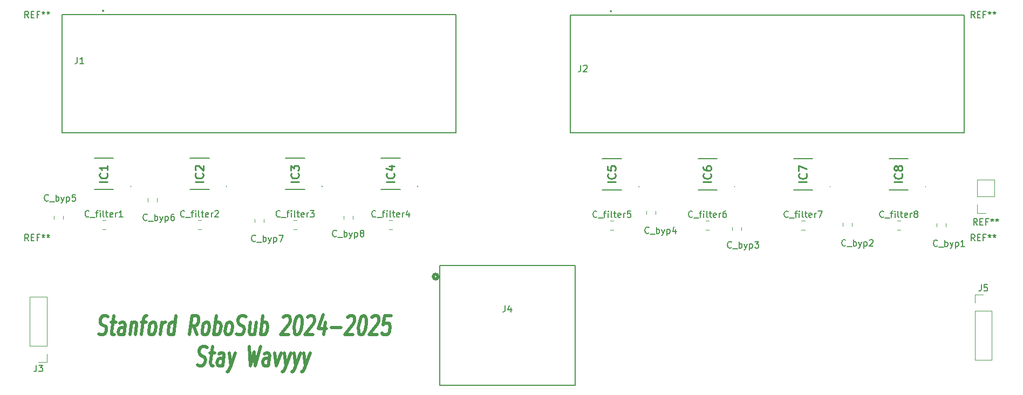
<source format=gbr>
%TF.GenerationSoftware,KiCad,Pcbnew,8.0.3*%
%TF.CreationDate,2024-11-15T02:32:19-08:00*%
%TF.ProjectId,Power_Distribution,506f7765-725f-4446-9973-747269627574,rev?*%
%TF.SameCoordinates,Original*%
%TF.FileFunction,Legend,Top*%
%TF.FilePolarity,Positive*%
%FSLAX46Y46*%
G04 Gerber Fmt 4.6, Leading zero omitted, Abs format (unit mm)*
G04 Created by KiCad (PCBNEW 8.0.3) date 2024-11-15 02:32:19*
%MOMM*%
%LPD*%
G01*
G04 APERTURE LIST*
%ADD10C,0.500000*%
%ADD11C,0.150000*%
%ADD12C,0.254000*%
%ADD13C,0.120000*%
%ADD14C,0.200000*%
%ADD15C,0.100000*%
%ADD16C,0.127000*%
%ADD17C,0.152400*%
%ADD18C,0.508000*%
G04 APERTURE END LIST*
D10*
X159713899Y-140684168D02*
X159981756Y-140827025D01*
X159981756Y-140827025D02*
X160457947Y-140827025D01*
X160457947Y-140827025D02*
X160666280Y-140684168D01*
X160666280Y-140684168D02*
X160779375Y-140541310D01*
X160779375Y-140541310D02*
X160910327Y-140255596D01*
X160910327Y-140255596D02*
X160946042Y-139969882D01*
X160946042Y-139969882D02*
X160886518Y-139684168D01*
X160886518Y-139684168D02*
X160809137Y-139541310D01*
X160809137Y-139541310D02*
X160636518Y-139398453D01*
X160636518Y-139398453D02*
X160273423Y-139255596D01*
X160273423Y-139255596D02*
X160100804Y-139112739D01*
X160100804Y-139112739D02*
X160023423Y-138969882D01*
X160023423Y-138969882D02*
X159963899Y-138684168D01*
X159963899Y-138684168D02*
X159999613Y-138398453D01*
X159999613Y-138398453D02*
X160130566Y-138112739D01*
X160130566Y-138112739D02*
X160243661Y-137969882D01*
X160243661Y-137969882D02*
X160451994Y-137827025D01*
X160451994Y-137827025D02*
X160928185Y-137827025D01*
X160928185Y-137827025D02*
X161196042Y-137969882D01*
X161660328Y-138827025D02*
X162422232Y-138827025D01*
X162071042Y-137827025D02*
X161749613Y-140398453D01*
X161749613Y-140398453D02*
X161809137Y-140684168D01*
X161809137Y-140684168D02*
X161981756Y-140827025D01*
X161981756Y-140827025D02*
X162172232Y-140827025D01*
X163696042Y-140827025D02*
X163892470Y-139255596D01*
X163892470Y-139255596D02*
X163832946Y-138969882D01*
X163832946Y-138969882D02*
X163660327Y-138827025D01*
X163660327Y-138827025D02*
X163279375Y-138827025D01*
X163279375Y-138827025D02*
X163071042Y-138969882D01*
X163713899Y-140684168D02*
X163505566Y-140827025D01*
X163505566Y-140827025D02*
X163029375Y-140827025D01*
X163029375Y-140827025D02*
X162856756Y-140684168D01*
X162856756Y-140684168D02*
X162797232Y-140398453D01*
X162797232Y-140398453D02*
X162832946Y-140112739D01*
X162832946Y-140112739D02*
X162963899Y-139827025D01*
X162963899Y-139827025D02*
X163172232Y-139684168D01*
X163172232Y-139684168D02*
X163648423Y-139684168D01*
X163648423Y-139684168D02*
X163856756Y-139541310D01*
X164898423Y-138827025D02*
X164648423Y-140827025D01*
X164862709Y-139112739D02*
X164975804Y-138969882D01*
X164975804Y-138969882D02*
X165184137Y-138827025D01*
X165184137Y-138827025D02*
X165469851Y-138827025D01*
X165469851Y-138827025D02*
X165642470Y-138969882D01*
X165642470Y-138969882D02*
X165701994Y-139255596D01*
X165701994Y-139255596D02*
X165505566Y-140827025D01*
X166422233Y-138827025D02*
X167184137Y-138827025D01*
X166457947Y-140827025D02*
X166779375Y-138255596D01*
X166779375Y-138255596D02*
X166910328Y-137969882D01*
X166910328Y-137969882D02*
X167118661Y-137827025D01*
X167118661Y-137827025D02*
X167309137Y-137827025D01*
X167886518Y-140827025D02*
X167713899Y-140684168D01*
X167713899Y-140684168D02*
X167636518Y-140541310D01*
X167636518Y-140541310D02*
X167576994Y-140255596D01*
X167576994Y-140255596D02*
X167684137Y-139398453D01*
X167684137Y-139398453D02*
X167815090Y-139112739D01*
X167815090Y-139112739D02*
X167928185Y-138969882D01*
X167928185Y-138969882D02*
X168136518Y-138827025D01*
X168136518Y-138827025D02*
X168422232Y-138827025D01*
X168422232Y-138827025D02*
X168594851Y-138969882D01*
X168594851Y-138969882D02*
X168672232Y-139112739D01*
X168672232Y-139112739D02*
X168731756Y-139398453D01*
X168731756Y-139398453D02*
X168624613Y-140255596D01*
X168624613Y-140255596D02*
X168493661Y-140541310D01*
X168493661Y-140541310D02*
X168380566Y-140684168D01*
X168380566Y-140684168D02*
X168172232Y-140827025D01*
X168172232Y-140827025D02*
X167886518Y-140827025D01*
X169410328Y-140827025D02*
X169660328Y-138827025D01*
X169588899Y-139398453D02*
X169719852Y-139112739D01*
X169719852Y-139112739D02*
X169832947Y-138969882D01*
X169832947Y-138969882D02*
X170041280Y-138827025D01*
X170041280Y-138827025D02*
X170231756Y-138827025D01*
X171505566Y-140827025D02*
X171880566Y-137827025D01*
X171523423Y-140684168D02*
X171315090Y-140827025D01*
X171315090Y-140827025D02*
X170934137Y-140827025D01*
X170934137Y-140827025D02*
X170761518Y-140684168D01*
X170761518Y-140684168D02*
X170684137Y-140541310D01*
X170684137Y-140541310D02*
X170624613Y-140255596D01*
X170624613Y-140255596D02*
X170731756Y-139398453D01*
X170731756Y-139398453D02*
X170862709Y-139112739D01*
X170862709Y-139112739D02*
X170975804Y-138969882D01*
X170975804Y-138969882D02*
X171184137Y-138827025D01*
X171184137Y-138827025D02*
X171565090Y-138827025D01*
X171565090Y-138827025D02*
X171737709Y-138969882D01*
X175124614Y-140827025D02*
X174636519Y-139398453D01*
X173981757Y-140827025D02*
X174356757Y-137827025D01*
X174356757Y-137827025D02*
X175118662Y-137827025D01*
X175118662Y-137827025D02*
X175291281Y-137969882D01*
X175291281Y-137969882D02*
X175368662Y-138112739D01*
X175368662Y-138112739D02*
X175428185Y-138398453D01*
X175428185Y-138398453D02*
X175374614Y-138827025D01*
X175374614Y-138827025D02*
X175243662Y-139112739D01*
X175243662Y-139112739D02*
X175130566Y-139255596D01*
X175130566Y-139255596D02*
X174922233Y-139398453D01*
X174922233Y-139398453D02*
X174160328Y-139398453D01*
X176267471Y-140827025D02*
X176094852Y-140684168D01*
X176094852Y-140684168D02*
X176017471Y-140541310D01*
X176017471Y-140541310D02*
X175957947Y-140255596D01*
X175957947Y-140255596D02*
X176065090Y-139398453D01*
X176065090Y-139398453D02*
X176196043Y-139112739D01*
X176196043Y-139112739D02*
X176309138Y-138969882D01*
X176309138Y-138969882D02*
X176517471Y-138827025D01*
X176517471Y-138827025D02*
X176803185Y-138827025D01*
X176803185Y-138827025D02*
X176975804Y-138969882D01*
X176975804Y-138969882D02*
X177053185Y-139112739D01*
X177053185Y-139112739D02*
X177112709Y-139398453D01*
X177112709Y-139398453D02*
X177005566Y-140255596D01*
X177005566Y-140255596D02*
X176874614Y-140541310D01*
X176874614Y-140541310D02*
X176761519Y-140684168D01*
X176761519Y-140684168D02*
X176553185Y-140827025D01*
X176553185Y-140827025D02*
X176267471Y-140827025D01*
X177791281Y-140827025D02*
X178166281Y-137827025D01*
X178023424Y-138969882D02*
X178231757Y-138827025D01*
X178231757Y-138827025D02*
X178612709Y-138827025D01*
X178612709Y-138827025D02*
X178785328Y-138969882D01*
X178785328Y-138969882D02*
X178862709Y-139112739D01*
X178862709Y-139112739D02*
X178922233Y-139398453D01*
X178922233Y-139398453D02*
X178815090Y-140255596D01*
X178815090Y-140255596D02*
X178684138Y-140541310D01*
X178684138Y-140541310D02*
X178571043Y-140684168D01*
X178571043Y-140684168D02*
X178362709Y-140827025D01*
X178362709Y-140827025D02*
X177981757Y-140827025D01*
X177981757Y-140827025D02*
X177809138Y-140684168D01*
X179886519Y-140827025D02*
X179713900Y-140684168D01*
X179713900Y-140684168D02*
X179636519Y-140541310D01*
X179636519Y-140541310D02*
X179576995Y-140255596D01*
X179576995Y-140255596D02*
X179684138Y-139398453D01*
X179684138Y-139398453D02*
X179815091Y-139112739D01*
X179815091Y-139112739D02*
X179928186Y-138969882D01*
X179928186Y-138969882D02*
X180136519Y-138827025D01*
X180136519Y-138827025D02*
X180422233Y-138827025D01*
X180422233Y-138827025D02*
X180594852Y-138969882D01*
X180594852Y-138969882D02*
X180672233Y-139112739D01*
X180672233Y-139112739D02*
X180731757Y-139398453D01*
X180731757Y-139398453D02*
X180624614Y-140255596D01*
X180624614Y-140255596D02*
X180493662Y-140541310D01*
X180493662Y-140541310D02*
X180380567Y-140684168D01*
X180380567Y-140684168D02*
X180172233Y-140827025D01*
X180172233Y-140827025D02*
X179886519Y-140827025D01*
X181332948Y-140684168D02*
X181600805Y-140827025D01*
X181600805Y-140827025D02*
X182076996Y-140827025D01*
X182076996Y-140827025D02*
X182285329Y-140684168D01*
X182285329Y-140684168D02*
X182398424Y-140541310D01*
X182398424Y-140541310D02*
X182529376Y-140255596D01*
X182529376Y-140255596D02*
X182565091Y-139969882D01*
X182565091Y-139969882D02*
X182505567Y-139684168D01*
X182505567Y-139684168D02*
X182428186Y-139541310D01*
X182428186Y-139541310D02*
X182255567Y-139398453D01*
X182255567Y-139398453D02*
X181892472Y-139255596D01*
X181892472Y-139255596D02*
X181719853Y-139112739D01*
X181719853Y-139112739D02*
X181642472Y-138969882D01*
X181642472Y-138969882D02*
X181582948Y-138684168D01*
X181582948Y-138684168D02*
X181618662Y-138398453D01*
X181618662Y-138398453D02*
X181749615Y-138112739D01*
X181749615Y-138112739D02*
X181862710Y-137969882D01*
X181862710Y-137969882D02*
X182071043Y-137827025D01*
X182071043Y-137827025D02*
X182547234Y-137827025D01*
X182547234Y-137827025D02*
X182815091Y-137969882D01*
X184422234Y-138827025D02*
X184172234Y-140827025D01*
X183565091Y-138827025D02*
X183368662Y-140398453D01*
X183368662Y-140398453D02*
X183428186Y-140684168D01*
X183428186Y-140684168D02*
X183600805Y-140827025D01*
X183600805Y-140827025D02*
X183886519Y-140827025D01*
X183886519Y-140827025D02*
X184094853Y-140684168D01*
X184094853Y-140684168D02*
X184207948Y-140541310D01*
X185124615Y-140827025D02*
X185499615Y-137827025D01*
X185356758Y-138969882D02*
X185565091Y-138827025D01*
X185565091Y-138827025D02*
X185946043Y-138827025D01*
X185946043Y-138827025D02*
X186118662Y-138969882D01*
X186118662Y-138969882D02*
X186196043Y-139112739D01*
X186196043Y-139112739D02*
X186255567Y-139398453D01*
X186255567Y-139398453D02*
X186148424Y-140255596D01*
X186148424Y-140255596D02*
X186017472Y-140541310D01*
X186017472Y-140541310D02*
X185904377Y-140684168D01*
X185904377Y-140684168D02*
X185696043Y-140827025D01*
X185696043Y-140827025D02*
X185315091Y-140827025D01*
X185315091Y-140827025D02*
X185142472Y-140684168D01*
X188701996Y-138112739D02*
X188815092Y-137969882D01*
X188815092Y-137969882D02*
X189023425Y-137827025D01*
X189023425Y-137827025D02*
X189499616Y-137827025D01*
X189499616Y-137827025D02*
X189672235Y-137969882D01*
X189672235Y-137969882D02*
X189749616Y-138112739D01*
X189749616Y-138112739D02*
X189809139Y-138398453D01*
X189809139Y-138398453D02*
X189773425Y-138684168D01*
X189773425Y-138684168D02*
X189624616Y-139112739D01*
X189624616Y-139112739D02*
X188267473Y-140827025D01*
X188267473Y-140827025D02*
X189505568Y-140827025D01*
X191118663Y-137827025D02*
X191309139Y-137827025D01*
X191309139Y-137827025D02*
X191481758Y-137969882D01*
X191481758Y-137969882D02*
X191559139Y-138112739D01*
X191559139Y-138112739D02*
X191618663Y-138398453D01*
X191618663Y-138398453D02*
X191642473Y-138969882D01*
X191642473Y-138969882D02*
X191553187Y-139684168D01*
X191553187Y-139684168D02*
X191386520Y-140255596D01*
X191386520Y-140255596D02*
X191255568Y-140541310D01*
X191255568Y-140541310D02*
X191142473Y-140684168D01*
X191142473Y-140684168D02*
X190934139Y-140827025D01*
X190934139Y-140827025D02*
X190743663Y-140827025D01*
X190743663Y-140827025D02*
X190571044Y-140684168D01*
X190571044Y-140684168D02*
X190493663Y-140541310D01*
X190493663Y-140541310D02*
X190434139Y-140255596D01*
X190434139Y-140255596D02*
X190410330Y-139684168D01*
X190410330Y-139684168D02*
X190499616Y-138969882D01*
X190499616Y-138969882D02*
X190666282Y-138398453D01*
X190666282Y-138398453D02*
X190797235Y-138112739D01*
X190797235Y-138112739D02*
X190910330Y-137969882D01*
X190910330Y-137969882D02*
X191118663Y-137827025D01*
X192511520Y-138112739D02*
X192624616Y-137969882D01*
X192624616Y-137969882D02*
X192832949Y-137827025D01*
X192832949Y-137827025D02*
X193309140Y-137827025D01*
X193309140Y-137827025D02*
X193481759Y-137969882D01*
X193481759Y-137969882D02*
X193559140Y-138112739D01*
X193559140Y-138112739D02*
X193618663Y-138398453D01*
X193618663Y-138398453D02*
X193582949Y-138684168D01*
X193582949Y-138684168D02*
X193434140Y-139112739D01*
X193434140Y-139112739D02*
X192076997Y-140827025D01*
X192076997Y-140827025D02*
X193315092Y-140827025D01*
X195279378Y-138827025D02*
X195029378Y-140827025D01*
X194946044Y-137684168D02*
X194201997Y-139827025D01*
X194201997Y-139827025D02*
X195440092Y-139827025D01*
X196219854Y-139684168D02*
X197743664Y-139684168D01*
X198797234Y-138112739D02*
X198910330Y-137969882D01*
X198910330Y-137969882D02*
X199118663Y-137827025D01*
X199118663Y-137827025D02*
X199594854Y-137827025D01*
X199594854Y-137827025D02*
X199767473Y-137969882D01*
X199767473Y-137969882D02*
X199844854Y-138112739D01*
X199844854Y-138112739D02*
X199904377Y-138398453D01*
X199904377Y-138398453D02*
X199868663Y-138684168D01*
X199868663Y-138684168D02*
X199719854Y-139112739D01*
X199719854Y-139112739D02*
X198362711Y-140827025D01*
X198362711Y-140827025D02*
X199600806Y-140827025D01*
X201213901Y-137827025D02*
X201404377Y-137827025D01*
X201404377Y-137827025D02*
X201576996Y-137969882D01*
X201576996Y-137969882D02*
X201654377Y-138112739D01*
X201654377Y-138112739D02*
X201713901Y-138398453D01*
X201713901Y-138398453D02*
X201737711Y-138969882D01*
X201737711Y-138969882D02*
X201648425Y-139684168D01*
X201648425Y-139684168D02*
X201481758Y-140255596D01*
X201481758Y-140255596D02*
X201350806Y-140541310D01*
X201350806Y-140541310D02*
X201237711Y-140684168D01*
X201237711Y-140684168D02*
X201029377Y-140827025D01*
X201029377Y-140827025D02*
X200838901Y-140827025D01*
X200838901Y-140827025D02*
X200666282Y-140684168D01*
X200666282Y-140684168D02*
X200588901Y-140541310D01*
X200588901Y-140541310D02*
X200529377Y-140255596D01*
X200529377Y-140255596D02*
X200505568Y-139684168D01*
X200505568Y-139684168D02*
X200594854Y-138969882D01*
X200594854Y-138969882D02*
X200761520Y-138398453D01*
X200761520Y-138398453D02*
X200892473Y-138112739D01*
X200892473Y-138112739D02*
X201005568Y-137969882D01*
X201005568Y-137969882D02*
X201213901Y-137827025D01*
X202606758Y-138112739D02*
X202719854Y-137969882D01*
X202719854Y-137969882D02*
X202928187Y-137827025D01*
X202928187Y-137827025D02*
X203404378Y-137827025D01*
X203404378Y-137827025D02*
X203576997Y-137969882D01*
X203576997Y-137969882D02*
X203654378Y-138112739D01*
X203654378Y-138112739D02*
X203713901Y-138398453D01*
X203713901Y-138398453D02*
X203678187Y-138684168D01*
X203678187Y-138684168D02*
X203529378Y-139112739D01*
X203529378Y-139112739D02*
X202172235Y-140827025D01*
X202172235Y-140827025D02*
X203410330Y-140827025D01*
X205594854Y-137827025D02*
X204642473Y-137827025D01*
X204642473Y-137827025D02*
X204368663Y-139255596D01*
X204368663Y-139255596D02*
X204481759Y-139112739D01*
X204481759Y-139112739D02*
X204690092Y-138969882D01*
X204690092Y-138969882D02*
X205166282Y-138969882D01*
X205166282Y-138969882D02*
X205338901Y-139112739D01*
X205338901Y-139112739D02*
X205416282Y-139255596D01*
X205416282Y-139255596D02*
X205475806Y-139541310D01*
X205475806Y-139541310D02*
X205386520Y-140255596D01*
X205386520Y-140255596D02*
X205255568Y-140541310D01*
X205255568Y-140541310D02*
X205142473Y-140684168D01*
X205142473Y-140684168D02*
X204934140Y-140827025D01*
X204934140Y-140827025D02*
X204457949Y-140827025D01*
X204457949Y-140827025D02*
X204285330Y-140684168D01*
X204285330Y-140684168D02*
X204207949Y-140541310D01*
X175237708Y-145514000D02*
X175505565Y-145656857D01*
X175505565Y-145656857D02*
X175981756Y-145656857D01*
X175981756Y-145656857D02*
X176190089Y-145514000D01*
X176190089Y-145514000D02*
X176303184Y-145371142D01*
X176303184Y-145371142D02*
X176434136Y-145085428D01*
X176434136Y-145085428D02*
X176469851Y-144799714D01*
X176469851Y-144799714D02*
X176410327Y-144514000D01*
X176410327Y-144514000D02*
X176332946Y-144371142D01*
X176332946Y-144371142D02*
X176160327Y-144228285D01*
X176160327Y-144228285D02*
X175797232Y-144085428D01*
X175797232Y-144085428D02*
X175624613Y-143942571D01*
X175624613Y-143942571D02*
X175547232Y-143799714D01*
X175547232Y-143799714D02*
X175487708Y-143514000D01*
X175487708Y-143514000D02*
X175523422Y-143228285D01*
X175523422Y-143228285D02*
X175654375Y-142942571D01*
X175654375Y-142942571D02*
X175767470Y-142799714D01*
X175767470Y-142799714D02*
X175975803Y-142656857D01*
X175975803Y-142656857D02*
X176451994Y-142656857D01*
X176451994Y-142656857D02*
X176719851Y-142799714D01*
X177184137Y-143656857D02*
X177946041Y-143656857D01*
X177594851Y-142656857D02*
X177273422Y-145228285D01*
X177273422Y-145228285D02*
X177332946Y-145514000D01*
X177332946Y-145514000D02*
X177505565Y-145656857D01*
X177505565Y-145656857D02*
X177696041Y-145656857D01*
X179219851Y-145656857D02*
X179416279Y-144085428D01*
X179416279Y-144085428D02*
X179356755Y-143799714D01*
X179356755Y-143799714D02*
X179184136Y-143656857D01*
X179184136Y-143656857D02*
X178803184Y-143656857D01*
X178803184Y-143656857D02*
X178594851Y-143799714D01*
X179237708Y-145514000D02*
X179029375Y-145656857D01*
X179029375Y-145656857D02*
X178553184Y-145656857D01*
X178553184Y-145656857D02*
X178380565Y-145514000D01*
X178380565Y-145514000D02*
X178321041Y-145228285D01*
X178321041Y-145228285D02*
X178356755Y-144942571D01*
X178356755Y-144942571D02*
X178487708Y-144656857D01*
X178487708Y-144656857D02*
X178696041Y-144514000D01*
X178696041Y-144514000D02*
X179172232Y-144514000D01*
X179172232Y-144514000D02*
X179380565Y-144371142D01*
X180231756Y-143656857D02*
X180457946Y-145656857D01*
X181184137Y-143656857D02*
X180457946Y-145656857D01*
X180457946Y-145656857D02*
X180178184Y-146371142D01*
X180178184Y-146371142D02*
X180065089Y-146514000D01*
X180065089Y-146514000D02*
X179856756Y-146656857D01*
X183404376Y-142656857D02*
X183505566Y-145656857D01*
X183505566Y-145656857D02*
X184154376Y-143514000D01*
X184154376Y-143514000D02*
X184267471Y-145656857D01*
X184267471Y-145656857D02*
X185118661Y-142656857D01*
X186362709Y-145656857D02*
X186559137Y-144085428D01*
X186559137Y-144085428D02*
X186499613Y-143799714D01*
X186499613Y-143799714D02*
X186326994Y-143656857D01*
X186326994Y-143656857D02*
X185946042Y-143656857D01*
X185946042Y-143656857D02*
X185737709Y-143799714D01*
X186380566Y-145514000D02*
X186172233Y-145656857D01*
X186172233Y-145656857D02*
X185696042Y-145656857D01*
X185696042Y-145656857D02*
X185523423Y-145514000D01*
X185523423Y-145514000D02*
X185463899Y-145228285D01*
X185463899Y-145228285D02*
X185499613Y-144942571D01*
X185499613Y-144942571D02*
X185630566Y-144656857D01*
X185630566Y-144656857D02*
X185838899Y-144514000D01*
X185838899Y-144514000D02*
X186315090Y-144514000D01*
X186315090Y-144514000D02*
X186523423Y-144371142D01*
X187374614Y-143656857D02*
X187600804Y-145656857D01*
X187600804Y-145656857D02*
X188326995Y-143656857D01*
X188898424Y-143656857D02*
X189124614Y-145656857D01*
X189850805Y-143656857D02*
X189124614Y-145656857D01*
X189124614Y-145656857D02*
X188844852Y-146371142D01*
X188844852Y-146371142D02*
X188731757Y-146514000D01*
X188731757Y-146514000D02*
X188523424Y-146656857D01*
X190422234Y-143656857D02*
X190648424Y-145656857D01*
X191374615Y-143656857D02*
X190648424Y-145656857D01*
X190648424Y-145656857D02*
X190368662Y-146371142D01*
X190368662Y-146371142D02*
X190255567Y-146514000D01*
X190255567Y-146514000D02*
X190047234Y-146656857D01*
X191946044Y-143656857D02*
X192172234Y-145656857D01*
X192898425Y-143656857D02*
X192172234Y-145656857D01*
X192172234Y-145656857D02*
X191892472Y-146371142D01*
X191892472Y-146371142D02*
X191779377Y-146514000D01*
X191779377Y-146514000D02*
X191571044Y-146656857D01*
D11*
X276957066Y-126800780D02*
X276909447Y-126848400D01*
X276909447Y-126848400D02*
X276766590Y-126896019D01*
X276766590Y-126896019D02*
X276671352Y-126896019D01*
X276671352Y-126896019D02*
X276528495Y-126848400D01*
X276528495Y-126848400D02*
X276433257Y-126753161D01*
X276433257Y-126753161D02*
X276385638Y-126657923D01*
X276385638Y-126657923D02*
X276338019Y-126467447D01*
X276338019Y-126467447D02*
X276338019Y-126324590D01*
X276338019Y-126324590D02*
X276385638Y-126134114D01*
X276385638Y-126134114D02*
X276433257Y-126038876D01*
X276433257Y-126038876D02*
X276528495Y-125943638D01*
X276528495Y-125943638D02*
X276671352Y-125896019D01*
X276671352Y-125896019D02*
X276766590Y-125896019D01*
X276766590Y-125896019D02*
X276909447Y-125943638D01*
X276909447Y-125943638D02*
X276957066Y-125991257D01*
X277147543Y-126991257D02*
X277909447Y-126991257D01*
X278147543Y-126896019D02*
X278147543Y-125896019D01*
X278147543Y-126276971D02*
X278242781Y-126229352D01*
X278242781Y-126229352D02*
X278433257Y-126229352D01*
X278433257Y-126229352D02*
X278528495Y-126276971D01*
X278528495Y-126276971D02*
X278576114Y-126324590D01*
X278576114Y-126324590D02*
X278623733Y-126419828D01*
X278623733Y-126419828D02*
X278623733Y-126705542D01*
X278623733Y-126705542D02*
X278576114Y-126800780D01*
X278576114Y-126800780D02*
X278528495Y-126848400D01*
X278528495Y-126848400D02*
X278433257Y-126896019D01*
X278433257Y-126896019D02*
X278242781Y-126896019D01*
X278242781Y-126896019D02*
X278147543Y-126848400D01*
X278957067Y-126229352D02*
X279195162Y-126896019D01*
X279433257Y-126229352D02*
X279195162Y-126896019D01*
X279195162Y-126896019D02*
X279099924Y-127134114D01*
X279099924Y-127134114D02*
X279052305Y-127181733D01*
X279052305Y-127181733D02*
X278957067Y-127229352D01*
X279814210Y-126229352D02*
X279814210Y-127229352D01*
X279814210Y-126276971D02*
X279909448Y-126229352D01*
X279909448Y-126229352D02*
X280099924Y-126229352D01*
X280099924Y-126229352D02*
X280195162Y-126276971D01*
X280195162Y-126276971D02*
X280242781Y-126324590D01*
X280242781Y-126324590D02*
X280290400Y-126419828D01*
X280290400Y-126419828D02*
X280290400Y-126705542D01*
X280290400Y-126705542D02*
X280242781Y-126800780D01*
X280242781Y-126800780D02*
X280195162Y-126848400D01*
X280195162Y-126848400D02*
X280099924Y-126896019D01*
X280099924Y-126896019D02*
X279909448Y-126896019D01*
X279909448Y-126896019D02*
X279814210Y-126848400D01*
X280671353Y-125991257D02*
X280718972Y-125943638D01*
X280718972Y-125943638D02*
X280814210Y-125896019D01*
X280814210Y-125896019D02*
X281052305Y-125896019D01*
X281052305Y-125896019D02*
X281147543Y-125943638D01*
X281147543Y-125943638D02*
X281195162Y-125991257D01*
X281195162Y-125991257D02*
X281242781Y-126086495D01*
X281242781Y-126086495D02*
X281242781Y-126181733D01*
X281242781Y-126181733D02*
X281195162Y-126324590D01*
X281195162Y-126324590D02*
X280623734Y-126896019D01*
X280623734Y-126896019D02*
X281242781Y-126896019D01*
D12*
X176136318Y-116800262D02*
X174866318Y-116800262D01*
X176015365Y-115469785D02*
X176075842Y-115530261D01*
X176075842Y-115530261D02*
X176136318Y-115711690D01*
X176136318Y-115711690D02*
X176136318Y-115832642D01*
X176136318Y-115832642D02*
X176075842Y-116014071D01*
X176075842Y-116014071D02*
X175954889Y-116135023D01*
X175954889Y-116135023D02*
X175833937Y-116195500D01*
X175833937Y-116195500D02*
X175592032Y-116255976D01*
X175592032Y-116255976D02*
X175410603Y-116255976D01*
X175410603Y-116255976D02*
X175168699Y-116195500D01*
X175168699Y-116195500D02*
X175047746Y-116135023D01*
X175047746Y-116135023D02*
X174926794Y-116014071D01*
X174926794Y-116014071D02*
X174866318Y-115832642D01*
X174866318Y-115832642D02*
X174866318Y-115711690D01*
X174866318Y-115711690D02*
X174926794Y-115530261D01*
X174926794Y-115530261D02*
X174987270Y-115469785D01*
X174987270Y-114985976D02*
X174926794Y-114925500D01*
X174926794Y-114925500D02*
X174866318Y-114804547D01*
X174866318Y-114804547D02*
X174866318Y-114502166D01*
X174866318Y-114502166D02*
X174926794Y-114381214D01*
X174926794Y-114381214D02*
X174987270Y-114320738D01*
X174987270Y-114320738D02*
X175108222Y-114260261D01*
X175108222Y-114260261D02*
X175229175Y-114260261D01*
X175229175Y-114260261D02*
X175410603Y-114320738D01*
X175410603Y-114320738D02*
X176136318Y-115046452D01*
X176136318Y-115046452D02*
X176136318Y-114260261D01*
D11*
X167330666Y-122787580D02*
X167283047Y-122835200D01*
X167283047Y-122835200D02*
X167140190Y-122882819D01*
X167140190Y-122882819D02*
X167044952Y-122882819D01*
X167044952Y-122882819D02*
X166902095Y-122835200D01*
X166902095Y-122835200D02*
X166806857Y-122739961D01*
X166806857Y-122739961D02*
X166759238Y-122644723D01*
X166759238Y-122644723D02*
X166711619Y-122454247D01*
X166711619Y-122454247D02*
X166711619Y-122311390D01*
X166711619Y-122311390D02*
X166759238Y-122120914D01*
X166759238Y-122120914D02*
X166806857Y-122025676D01*
X166806857Y-122025676D02*
X166902095Y-121930438D01*
X166902095Y-121930438D02*
X167044952Y-121882819D01*
X167044952Y-121882819D02*
X167140190Y-121882819D01*
X167140190Y-121882819D02*
X167283047Y-121930438D01*
X167283047Y-121930438D02*
X167330666Y-121978057D01*
X167521143Y-122978057D02*
X168283047Y-122978057D01*
X168521143Y-122882819D02*
X168521143Y-121882819D01*
X168521143Y-122263771D02*
X168616381Y-122216152D01*
X168616381Y-122216152D02*
X168806857Y-122216152D01*
X168806857Y-122216152D02*
X168902095Y-122263771D01*
X168902095Y-122263771D02*
X168949714Y-122311390D01*
X168949714Y-122311390D02*
X168997333Y-122406628D01*
X168997333Y-122406628D02*
X168997333Y-122692342D01*
X168997333Y-122692342D02*
X168949714Y-122787580D01*
X168949714Y-122787580D02*
X168902095Y-122835200D01*
X168902095Y-122835200D02*
X168806857Y-122882819D01*
X168806857Y-122882819D02*
X168616381Y-122882819D01*
X168616381Y-122882819D02*
X168521143Y-122835200D01*
X169330667Y-122216152D02*
X169568762Y-122882819D01*
X169806857Y-122216152D02*
X169568762Y-122882819D01*
X169568762Y-122882819D02*
X169473524Y-123120914D01*
X169473524Y-123120914D02*
X169425905Y-123168533D01*
X169425905Y-123168533D02*
X169330667Y-123216152D01*
X170187810Y-122216152D02*
X170187810Y-123216152D01*
X170187810Y-122263771D02*
X170283048Y-122216152D01*
X170283048Y-122216152D02*
X170473524Y-122216152D01*
X170473524Y-122216152D02*
X170568762Y-122263771D01*
X170568762Y-122263771D02*
X170616381Y-122311390D01*
X170616381Y-122311390D02*
X170664000Y-122406628D01*
X170664000Y-122406628D02*
X170664000Y-122692342D01*
X170664000Y-122692342D02*
X170616381Y-122787580D01*
X170616381Y-122787580D02*
X170568762Y-122835200D01*
X170568762Y-122835200D02*
X170473524Y-122882819D01*
X170473524Y-122882819D02*
X170283048Y-122882819D01*
X170283048Y-122882819D02*
X170187810Y-122835200D01*
X171521143Y-121882819D02*
X171330667Y-121882819D01*
X171330667Y-121882819D02*
X171235429Y-121930438D01*
X171235429Y-121930438D02*
X171187810Y-121978057D01*
X171187810Y-121978057D02*
X171092572Y-122120914D01*
X171092572Y-122120914D02*
X171044953Y-122311390D01*
X171044953Y-122311390D02*
X171044953Y-122692342D01*
X171044953Y-122692342D02*
X171092572Y-122787580D01*
X171092572Y-122787580D02*
X171140191Y-122835200D01*
X171140191Y-122835200D02*
X171235429Y-122882819D01*
X171235429Y-122882819D02*
X171425905Y-122882819D01*
X171425905Y-122882819D02*
X171521143Y-122835200D01*
X171521143Y-122835200D02*
X171568762Y-122787580D01*
X171568762Y-122787580D02*
X171616381Y-122692342D01*
X171616381Y-122692342D02*
X171616381Y-122454247D01*
X171616381Y-122454247D02*
X171568762Y-122359009D01*
X171568762Y-122359009D02*
X171521143Y-122311390D01*
X171521143Y-122311390D02*
X171425905Y-122263771D01*
X171425905Y-122263771D02*
X171235429Y-122263771D01*
X171235429Y-122263771D02*
X171140191Y-122311390D01*
X171140191Y-122311390D02*
X171092572Y-122359009D01*
X171092572Y-122359009D02*
X171044953Y-122454247D01*
X158204856Y-122240080D02*
X158157237Y-122287700D01*
X158157237Y-122287700D02*
X158014380Y-122335319D01*
X158014380Y-122335319D02*
X157919142Y-122335319D01*
X157919142Y-122335319D02*
X157776285Y-122287700D01*
X157776285Y-122287700D02*
X157681047Y-122192461D01*
X157681047Y-122192461D02*
X157633428Y-122097223D01*
X157633428Y-122097223D02*
X157585809Y-121906747D01*
X157585809Y-121906747D02*
X157585809Y-121763890D01*
X157585809Y-121763890D02*
X157633428Y-121573414D01*
X157633428Y-121573414D02*
X157681047Y-121478176D01*
X157681047Y-121478176D02*
X157776285Y-121382938D01*
X157776285Y-121382938D02*
X157919142Y-121335319D01*
X157919142Y-121335319D02*
X158014380Y-121335319D01*
X158014380Y-121335319D02*
X158157237Y-121382938D01*
X158157237Y-121382938D02*
X158204856Y-121430557D01*
X158395333Y-122430557D02*
X159157237Y-122430557D01*
X159252476Y-121668652D02*
X159633428Y-121668652D01*
X159395333Y-122335319D02*
X159395333Y-121478176D01*
X159395333Y-121478176D02*
X159442952Y-121382938D01*
X159442952Y-121382938D02*
X159538190Y-121335319D01*
X159538190Y-121335319D02*
X159633428Y-121335319D01*
X159966762Y-122335319D02*
X159966762Y-121668652D01*
X159966762Y-121335319D02*
X159919143Y-121382938D01*
X159919143Y-121382938D02*
X159966762Y-121430557D01*
X159966762Y-121430557D02*
X160014381Y-121382938D01*
X160014381Y-121382938D02*
X159966762Y-121335319D01*
X159966762Y-121335319D02*
X159966762Y-121430557D01*
X160585809Y-122335319D02*
X160490571Y-122287700D01*
X160490571Y-122287700D02*
X160442952Y-122192461D01*
X160442952Y-122192461D02*
X160442952Y-121335319D01*
X160823905Y-121668652D02*
X161204857Y-121668652D01*
X160966762Y-121335319D02*
X160966762Y-122192461D01*
X160966762Y-122192461D02*
X161014381Y-122287700D01*
X161014381Y-122287700D02*
X161109619Y-122335319D01*
X161109619Y-122335319D02*
X161204857Y-122335319D01*
X161919143Y-122287700D02*
X161823905Y-122335319D01*
X161823905Y-122335319D02*
X161633429Y-122335319D01*
X161633429Y-122335319D02*
X161538191Y-122287700D01*
X161538191Y-122287700D02*
X161490572Y-122192461D01*
X161490572Y-122192461D02*
X161490572Y-121811509D01*
X161490572Y-121811509D02*
X161538191Y-121716271D01*
X161538191Y-121716271D02*
X161633429Y-121668652D01*
X161633429Y-121668652D02*
X161823905Y-121668652D01*
X161823905Y-121668652D02*
X161919143Y-121716271D01*
X161919143Y-121716271D02*
X161966762Y-121811509D01*
X161966762Y-121811509D02*
X161966762Y-121906747D01*
X161966762Y-121906747D02*
X161490572Y-122001985D01*
X162395334Y-122335319D02*
X162395334Y-121668652D01*
X162395334Y-121859128D02*
X162442953Y-121763890D01*
X162442953Y-121763890D02*
X162490572Y-121716271D01*
X162490572Y-121716271D02*
X162585810Y-121668652D01*
X162585810Y-121668652D02*
X162681048Y-121668652D01*
X163538191Y-122335319D02*
X162966763Y-122335319D01*
X163252477Y-122335319D02*
X163252477Y-121335319D01*
X163252477Y-121335319D02*
X163157239Y-121478176D01*
X163157239Y-121478176D02*
X163062001Y-121573414D01*
X163062001Y-121573414D02*
X162966763Y-121621033D01*
D12*
X206136318Y-116800262D02*
X204866318Y-116800262D01*
X206015365Y-115469785D02*
X206075842Y-115530261D01*
X206075842Y-115530261D02*
X206136318Y-115711690D01*
X206136318Y-115711690D02*
X206136318Y-115832642D01*
X206136318Y-115832642D02*
X206075842Y-116014071D01*
X206075842Y-116014071D02*
X205954889Y-116135023D01*
X205954889Y-116135023D02*
X205833937Y-116195500D01*
X205833937Y-116195500D02*
X205592032Y-116255976D01*
X205592032Y-116255976D02*
X205410603Y-116255976D01*
X205410603Y-116255976D02*
X205168699Y-116195500D01*
X205168699Y-116195500D02*
X205047746Y-116135023D01*
X205047746Y-116135023D02*
X204926794Y-116014071D01*
X204926794Y-116014071D02*
X204866318Y-115832642D01*
X204866318Y-115832642D02*
X204866318Y-115711690D01*
X204866318Y-115711690D02*
X204926794Y-115530261D01*
X204926794Y-115530261D02*
X204987270Y-115469785D01*
X205289651Y-114381214D02*
X206136318Y-114381214D01*
X204805842Y-114683595D02*
X205712984Y-114985976D01*
X205712984Y-114985976D02*
X205712984Y-114199785D01*
D11*
X235378666Y-98514819D02*
X235378666Y-99229104D01*
X235378666Y-99229104D02*
X235331047Y-99371961D01*
X235331047Y-99371961D02*
X235235809Y-99467200D01*
X235235809Y-99467200D02*
X235092952Y-99514819D01*
X235092952Y-99514819D02*
X234997714Y-99514819D01*
X235807238Y-98610057D02*
X235854857Y-98562438D01*
X235854857Y-98562438D02*
X235950095Y-98514819D01*
X235950095Y-98514819D02*
X236188190Y-98514819D01*
X236188190Y-98514819D02*
X236283428Y-98562438D01*
X236283428Y-98562438D02*
X236331047Y-98610057D01*
X236331047Y-98610057D02*
X236378666Y-98705295D01*
X236378666Y-98705295D02*
X236378666Y-98800533D01*
X236378666Y-98800533D02*
X236331047Y-98943390D01*
X236331047Y-98943390D02*
X235759619Y-99514819D01*
X235759619Y-99514819D02*
X236378666Y-99514819D01*
X197048666Y-125327580D02*
X197001047Y-125375200D01*
X197001047Y-125375200D02*
X196858190Y-125422819D01*
X196858190Y-125422819D02*
X196762952Y-125422819D01*
X196762952Y-125422819D02*
X196620095Y-125375200D01*
X196620095Y-125375200D02*
X196524857Y-125279961D01*
X196524857Y-125279961D02*
X196477238Y-125184723D01*
X196477238Y-125184723D02*
X196429619Y-124994247D01*
X196429619Y-124994247D02*
X196429619Y-124851390D01*
X196429619Y-124851390D02*
X196477238Y-124660914D01*
X196477238Y-124660914D02*
X196524857Y-124565676D01*
X196524857Y-124565676D02*
X196620095Y-124470438D01*
X196620095Y-124470438D02*
X196762952Y-124422819D01*
X196762952Y-124422819D02*
X196858190Y-124422819D01*
X196858190Y-124422819D02*
X197001047Y-124470438D01*
X197001047Y-124470438D02*
X197048666Y-124518057D01*
X197239143Y-125518057D02*
X198001047Y-125518057D01*
X198239143Y-125422819D02*
X198239143Y-124422819D01*
X198239143Y-124803771D02*
X198334381Y-124756152D01*
X198334381Y-124756152D02*
X198524857Y-124756152D01*
X198524857Y-124756152D02*
X198620095Y-124803771D01*
X198620095Y-124803771D02*
X198667714Y-124851390D01*
X198667714Y-124851390D02*
X198715333Y-124946628D01*
X198715333Y-124946628D02*
X198715333Y-125232342D01*
X198715333Y-125232342D02*
X198667714Y-125327580D01*
X198667714Y-125327580D02*
X198620095Y-125375200D01*
X198620095Y-125375200D02*
X198524857Y-125422819D01*
X198524857Y-125422819D02*
X198334381Y-125422819D01*
X198334381Y-125422819D02*
X198239143Y-125375200D01*
X199048667Y-124756152D02*
X199286762Y-125422819D01*
X199524857Y-124756152D02*
X199286762Y-125422819D01*
X199286762Y-125422819D02*
X199191524Y-125660914D01*
X199191524Y-125660914D02*
X199143905Y-125708533D01*
X199143905Y-125708533D02*
X199048667Y-125756152D01*
X199905810Y-124756152D02*
X199905810Y-125756152D01*
X199905810Y-124803771D02*
X200001048Y-124756152D01*
X200001048Y-124756152D02*
X200191524Y-124756152D01*
X200191524Y-124756152D02*
X200286762Y-124803771D01*
X200286762Y-124803771D02*
X200334381Y-124851390D01*
X200334381Y-124851390D02*
X200382000Y-124946628D01*
X200382000Y-124946628D02*
X200382000Y-125232342D01*
X200382000Y-125232342D02*
X200334381Y-125327580D01*
X200334381Y-125327580D02*
X200286762Y-125375200D01*
X200286762Y-125375200D02*
X200191524Y-125422819D01*
X200191524Y-125422819D02*
X200001048Y-125422819D01*
X200001048Y-125422819D02*
X199905810Y-125375200D01*
X200953429Y-124851390D02*
X200858191Y-124803771D01*
X200858191Y-124803771D02*
X200810572Y-124756152D01*
X200810572Y-124756152D02*
X200762953Y-124660914D01*
X200762953Y-124660914D02*
X200762953Y-124613295D01*
X200762953Y-124613295D02*
X200810572Y-124518057D01*
X200810572Y-124518057D02*
X200858191Y-124470438D01*
X200858191Y-124470438D02*
X200953429Y-124422819D01*
X200953429Y-124422819D02*
X201143905Y-124422819D01*
X201143905Y-124422819D02*
X201239143Y-124470438D01*
X201239143Y-124470438D02*
X201286762Y-124518057D01*
X201286762Y-124518057D02*
X201334381Y-124613295D01*
X201334381Y-124613295D02*
X201334381Y-124660914D01*
X201334381Y-124660914D02*
X201286762Y-124756152D01*
X201286762Y-124756152D02*
X201239143Y-124803771D01*
X201239143Y-124803771D02*
X201143905Y-124851390D01*
X201143905Y-124851390D02*
X200953429Y-124851390D01*
X200953429Y-124851390D02*
X200858191Y-124899009D01*
X200858191Y-124899009D02*
X200810572Y-124946628D01*
X200810572Y-124946628D02*
X200762953Y-125041866D01*
X200762953Y-125041866D02*
X200762953Y-125232342D01*
X200762953Y-125232342D02*
X200810572Y-125327580D01*
X200810572Y-125327580D02*
X200858191Y-125375200D01*
X200858191Y-125375200D02*
X200953429Y-125422819D01*
X200953429Y-125422819D02*
X201143905Y-125422819D01*
X201143905Y-125422819D02*
X201239143Y-125375200D01*
X201239143Y-125375200D02*
X201286762Y-125327580D01*
X201286762Y-125327580D02*
X201334381Y-125232342D01*
X201334381Y-125232342D02*
X201334381Y-125041866D01*
X201334381Y-125041866D02*
X201286762Y-124946628D01*
X201286762Y-124946628D02*
X201239143Y-124899009D01*
X201239143Y-124899009D02*
X201143905Y-124851390D01*
X282912856Y-122297580D02*
X282865237Y-122345200D01*
X282865237Y-122345200D02*
X282722380Y-122392819D01*
X282722380Y-122392819D02*
X282627142Y-122392819D01*
X282627142Y-122392819D02*
X282484285Y-122345200D01*
X282484285Y-122345200D02*
X282389047Y-122249961D01*
X282389047Y-122249961D02*
X282341428Y-122154723D01*
X282341428Y-122154723D02*
X282293809Y-121964247D01*
X282293809Y-121964247D02*
X282293809Y-121821390D01*
X282293809Y-121821390D02*
X282341428Y-121630914D01*
X282341428Y-121630914D02*
X282389047Y-121535676D01*
X282389047Y-121535676D02*
X282484285Y-121440438D01*
X282484285Y-121440438D02*
X282627142Y-121392819D01*
X282627142Y-121392819D02*
X282722380Y-121392819D01*
X282722380Y-121392819D02*
X282865237Y-121440438D01*
X282865237Y-121440438D02*
X282912856Y-121488057D01*
X283103333Y-122488057D02*
X283865237Y-122488057D01*
X283960476Y-121726152D02*
X284341428Y-121726152D01*
X284103333Y-122392819D02*
X284103333Y-121535676D01*
X284103333Y-121535676D02*
X284150952Y-121440438D01*
X284150952Y-121440438D02*
X284246190Y-121392819D01*
X284246190Y-121392819D02*
X284341428Y-121392819D01*
X284674762Y-122392819D02*
X284674762Y-121726152D01*
X284674762Y-121392819D02*
X284627143Y-121440438D01*
X284627143Y-121440438D02*
X284674762Y-121488057D01*
X284674762Y-121488057D02*
X284722381Y-121440438D01*
X284722381Y-121440438D02*
X284674762Y-121392819D01*
X284674762Y-121392819D02*
X284674762Y-121488057D01*
X285293809Y-122392819D02*
X285198571Y-122345200D01*
X285198571Y-122345200D02*
X285150952Y-122249961D01*
X285150952Y-122249961D02*
X285150952Y-121392819D01*
X285531905Y-121726152D02*
X285912857Y-121726152D01*
X285674762Y-121392819D02*
X285674762Y-122249961D01*
X285674762Y-122249961D02*
X285722381Y-122345200D01*
X285722381Y-122345200D02*
X285817619Y-122392819D01*
X285817619Y-122392819D02*
X285912857Y-122392819D01*
X286627143Y-122345200D02*
X286531905Y-122392819D01*
X286531905Y-122392819D02*
X286341429Y-122392819D01*
X286341429Y-122392819D02*
X286246191Y-122345200D01*
X286246191Y-122345200D02*
X286198572Y-122249961D01*
X286198572Y-122249961D02*
X286198572Y-121869009D01*
X286198572Y-121869009D02*
X286246191Y-121773771D01*
X286246191Y-121773771D02*
X286341429Y-121726152D01*
X286341429Y-121726152D02*
X286531905Y-121726152D01*
X286531905Y-121726152D02*
X286627143Y-121773771D01*
X286627143Y-121773771D02*
X286674762Y-121869009D01*
X286674762Y-121869009D02*
X286674762Y-121964247D01*
X286674762Y-121964247D02*
X286198572Y-122059485D01*
X287103334Y-122392819D02*
X287103334Y-121726152D01*
X287103334Y-121916628D02*
X287150953Y-121821390D01*
X287150953Y-121821390D02*
X287198572Y-121773771D01*
X287198572Y-121773771D02*
X287293810Y-121726152D01*
X287293810Y-121726152D02*
X287389048Y-121726152D01*
X287865239Y-121821390D02*
X287770001Y-121773771D01*
X287770001Y-121773771D02*
X287722382Y-121726152D01*
X287722382Y-121726152D02*
X287674763Y-121630914D01*
X287674763Y-121630914D02*
X287674763Y-121583295D01*
X287674763Y-121583295D02*
X287722382Y-121488057D01*
X287722382Y-121488057D02*
X287770001Y-121440438D01*
X287770001Y-121440438D02*
X287865239Y-121392819D01*
X287865239Y-121392819D02*
X288055715Y-121392819D01*
X288055715Y-121392819D02*
X288150953Y-121440438D01*
X288150953Y-121440438D02*
X288198572Y-121488057D01*
X288198572Y-121488057D02*
X288246191Y-121583295D01*
X288246191Y-121583295D02*
X288246191Y-121630914D01*
X288246191Y-121630914D02*
X288198572Y-121726152D01*
X288198572Y-121726152D02*
X288150953Y-121773771D01*
X288150953Y-121773771D02*
X288055715Y-121821390D01*
X288055715Y-121821390D02*
X287865239Y-121821390D01*
X287865239Y-121821390D02*
X287770001Y-121869009D01*
X287770001Y-121869009D02*
X287722382Y-121916628D01*
X287722382Y-121916628D02*
X287674763Y-122011866D01*
X287674763Y-122011866D02*
X287674763Y-122202342D01*
X287674763Y-122202342D02*
X287722382Y-122297580D01*
X287722382Y-122297580D02*
X287770001Y-122345200D01*
X287770001Y-122345200D02*
X287865239Y-122392819D01*
X287865239Y-122392819D02*
X288055715Y-122392819D01*
X288055715Y-122392819D02*
X288150953Y-122345200D01*
X288150953Y-122345200D02*
X288198572Y-122297580D01*
X288198572Y-122297580D02*
X288246191Y-122202342D01*
X288246191Y-122202342D02*
X288246191Y-122011866D01*
X288246191Y-122011866D02*
X288198572Y-121916628D01*
X288198572Y-121916628D02*
X288150953Y-121869009D01*
X288150953Y-121869009D02*
X288055715Y-121821390D01*
X267912856Y-122297580D02*
X267865237Y-122345200D01*
X267865237Y-122345200D02*
X267722380Y-122392819D01*
X267722380Y-122392819D02*
X267627142Y-122392819D01*
X267627142Y-122392819D02*
X267484285Y-122345200D01*
X267484285Y-122345200D02*
X267389047Y-122249961D01*
X267389047Y-122249961D02*
X267341428Y-122154723D01*
X267341428Y-122154723D02*
X267293809Y-121964247D01*
X267293809Y-121964247D02*
X267293809Y-121821390D01*
X267293809Y-121821390D02*
X267341428Y-121630914D01*
X267341428Y-121630914D02*
X267389047Y-121535676D01*
X267389047Y-121535676D02*
X267484285Y-121440438D01*
X267484285Y-121440438D02*
X267627142Y-121392819D01*
X267627142Y-121392819D02*
X267722380Y-121392819D01*
X267722380Y-121392819D02*
X267865237Y-121440438D01*
X267865237Y-121440438D02*
X267912856Y-121488057D01*
X268103333Y-122488057D02*
X268865237Y-122488057D01*
X268960476Y-121726152D02*
X269341428Y-121726152D01*
X269103333Y-122392819D02*
X269103333Y-121535676D01*
X269103333Y-121535676D02*
X269150952Y-121440438D01*
X269150952Y-121440438D02*
X269246190Y-121392819D01*
X269246190Y-121392819D02*
X269341428Y-121392819D01*
X269674762Y-122392819D02*
X269674762Y-121726152D01*
X269674762Y-121392819D02*
X269627143Y-121440438D01*
X269627143Y-121440438D02*
X269674762Y-121488057D01*
X269674762Y-121488057D02*
X269722381Y-121440438D01*
X269722381Y-121440438D02*
X269674762Y-121392819D01*
X269674762Y-121392819D02*
X269674762Y-121488057D01*
X270293809Y-122392819D02*
X270198571Y-122345200D01*
X270198571Y-122345200D02*
X270150952Y-122249961D01*
X270150952Y-122249961D02*
X270150952Y-121392819D01*
X270531905Y-121726152D02*
X270912857Y-121726152D01*
X270674762Y-121392819D02*
X270674762Y-122249961D01*
X270674762Y-122249961D02*
X270722381Y-122345200D01*
X270722381Y-122345200D02*
X270817619Y-122392819D01*
X270817619Y-122392819D02*
X270912857Y-122392819D01*
X271627143Y-122345200D02*
X271531905Y-122392819D01*
X271531905Y-122392819D02*
X271341429Y-122392819D01*
X271341429Y-122392819D02*
X271246191Y-122345200D01*
X271246191Y-122345200D02*
X271198572Y-122249961D01*
X271198572Y-122249961D02*
X271198572Y-121869009D01*
X271198572Y-121869009D02*
X271246191Y-121773771D01*
X271246191Y-121773771D02*
X271341429Y-121726152D01*
X271341429Y-121726152D02*
X271531905Y-121726152D01*
X271531905Y-121726152D02*
X271627143Y-121773771D01*
X271627143Y-121773771D02*
X271674762Y-121869009D01*
X271674762Y-121869009D02*
X271674762Y-121964247D01*
X271674762Y-121964247D02*
X271198572Y-122059485D01*
X272103334Y-122392819D02*
X272103334Y-121726152D01*
X272103334Y-121916628D02*
X272150953Y-121821390D01*
X272150953Y-121821390D02*
X272198572Y-121773771D01*
X272198572Y-121773771D02*
X272293810Y-121726152D01*
X272293810Y-121726152D02*
X272389048Y-121726152D01*
X272627144Y-121392819D02*
X273293810Y-121392819D01*
X273293810Y-121392819D02*
X272865239Y-122392819D01*
D12*
X270844318Y-116857762D02*
X269574318Y-116857762D01*
X270723365Y-115527285D02*
X270783842Y-115587761D01*
X270783842Y-115587761D02*
X270844318Y-115769190D01*
X270844318Y-115769190D02*
X270844318Y-115890142D01*
X270844318Y-115890142D02*
X270783842Y-116071571D01*
X270783842Y-116071571D02*
X270662889Y-116192523D01*
X270662889Y-116192523D02*
X270541937Y-116253000D01*
X270541937Y-116253000D02*
X270300032Y-116313476D01*
X270300032Y-116313476D02*
X270118603Y-116313476D01*
X270118603Y-116313476D02*
X269876699Y-116253000D01*
X269876699Y-116253000D02*
X269755746Y-116192523D01*
X269755746Y-116192523D02*
X269634794Y-116071571D01*
X269634794Y-116071571D02*
X269574318Y-115890142D01*
X269574318Y-115890142D02*
X269574318Y-115769190D01*
X269574318Y-115769190D02*
X269634794Y-115587761D01*
X269634794Y-115587761D02*
X269695270Y-115527285D01*
X269574318Y-115103952D02*
X269574318Y-114257285D01*
X269574318Y-114257285D02*
X270844318Y-114801571D01*
D11*
X149941666Y-145584819D02*
X149941666Y-146299104D01*
X149941666Y-146299104D02*
X149894047Y-146441961D01*
X149894047Y-146441961D02*
X149798809Y-146537200D01*
X149798809Y-146537200D02*
X149655952Y-146584819D01*
X149655952Y-146584819D02*
X149560714Y-146584819D01*
X150322619Y-145584819D02*
X150941666Y-145584819D01*
X150941666Y-145584819D02*
X150608333Y-145965771D01*
X150608333Y-145965771D02*
X150751190Y-145965771D01*
X150751190Y-145965771D02*
X150846428Y-146013390D01*
X150846428Y-146013390D02*
X150894047Y-146061009D01*
X150894047Y-146061009D02*
X150941666Y-146156247D01*
X150941666Y-146156247D02*
X150941666Y-146394342D01*
X150941666Y-146394342D02*
X150894047Y-146489580D01*
X150894047Y-146489580D02*
X150846428Y-146537200D01*
X150846428Y-146537200D02*
X150751190Y-146584819D01*
X150751190Y-146584819D02*
X150465476Y-146584819D01*
X150465476Y-146584819D02*
X150370238Y-146537200D01*
X150370238Y-146537200D02*
X150322619Y-146489580D01*
X203204856Y-122240080D02*
X203157237Y-122287700D01*
X203157237Y-122287700D02*
X203014380Y-122335319D01*
X203014380Y-122335319D02*
X202919142Y-122335319D01*
X202919142Y-122335319D02*
X202776285Y-122287700D01*
X202776285Y-122287700D02*
X202681047Y-122192461D01*
X202681047Y-122192461D02*
X202633428Y-122097223D01*
X202633428Y-122097223D02*
X202585809Y-121906747D01*
X202585809Y-121906747D02*
X202585809Y-121763890D01*
X202585809Y-121763890D02*
X202633428Y-121573414D01*
X202633428Y-121573414D02*
X202681047Y-121478176D01*
X202681047Y-121478176D02*
X202776285Y-121382938D01*
X202776285Y-121382938D02*
X202919142Y-121335319D01*
X202919142Y-121335319D02*
X203014380Y-121335319D01*
X203014380Y-121335319D02*
X203157237Y-121382938D01*
X203157237Y-121382938D02*
X203204856Y-121430557D01*
X203395333Y-122430557D02*
X204157237Y-122430557D01*
X204252476Y-121668652D02*
X204633428Y-121668652D01*
X204395333Y-122335319D02*
X204395333Y-121478176D01*
X204395333Y-121478176D02*
X204442952Y-121382938D01*
X204442952Y-121382938D02*
X204538190Y-121335319D01*
X204538190Y-121335319D02*
X204633428Y-121335319D01*
X204966762Y-122335319D02*
X204966762Y-121668652D01*
X204966762Y-121335319D02*
X204919143Y-121382938D01*
X204919143Y-121382938D02*
X204966762Y-121430557D01*
X204966762Y-121430557D02*
X205014381Y-121382938D01*
X205014381Y-121382938D02*
X204966762Y-121335319D01*
X204966762Y-121335319D02*
X204966762Y-121430557D01*
X205585809Y-122335319D02*
X205490571Y-122287700D01*
X205490571Y-122287700D02*
X205442952Y-122192461D01*
X205442952Y-122192461D02*
X205442952Y-121335319D01*
X205823905Y-121668652D02*
X206204857Y-121668652D01*
X205966762Y-121335319D02*
X205966762Y-122192461D01*
X205966762Y-122192461D02*
X206014381Y-122287700D01*
X206014381Y-122287700D02*
X206109619Y-122335319D01*
X206109619Y-122335319D02*
X206204857Y-122335319D01*
X206919143Y-122287700D02*
X206823905Y-122335319D01*
X206823905Y-122335319D02*
X206633429Y-122335319D01*
X206633429Y-122335319D02*
X206538191Y-122287700D01*
X206538191Y-122287700D02*
X206490572Y-122192461D01*
X206490572Y-122192461D02*
X206490572Y-121811509D01*
X206490572Y-121811509D02*
X206538191Y-121716271D01*
X206538191Y-121716271D02*
X206633429Y-121668652D01*
X206633429Y-121668652D02*
X206823905Y-121668652D01*
X206823905Y-121668652D02*
X206919143Y-121716271D01*
X206919143Y-121716271D02*
X206966762Y-121811509D01*
X206966762Y-121811509D02*
X206966762Y-121906747D01*
X206966762Y-121906747D02*
X206490572Y-122001985D01*
X207395334Y-122335319D02*
X207395334Y-121668652D01*
X207395334Y-121859128D02*
X207442953Y-121763890D01*
X207442953Y-121763890D02*
X207490572Y-121716271D01*
X207490572Y-121716271D02*
X207585810Y-121668652D01*
X207585810Y-121668652D02*
X207681048Y-121668652D01*
X208442953Y-121668652D02*
X208442953Y-122335319D01*
X208204858Y-121287700D02*
X207966763Y-122001985D01*
X207966763Y-122001985D02*
X208585810Y-122001985D01*
X259024666Y-127105580D02*
X258977047Y-127153200D01*
X258977047Y-127153200D02*
X258834190Y-127200819D01*
X258834190Y-127200819D02*
X258738952Y-127200819D01*
X258738952Y-127200819D02*
X258596095Y-127153200D01*
X258596095Y-127153200D02*
X258500857Y-127057961D01*
X258500857Y-127057961D02*
X258453238Y-126962723D01*
X258453238Y-126962723D02*
X258405619Y-126772247D01*
X258405619Y-126772247D02*
X258405619Y-126629390D01*
X258405619Y-126629390D02*
X258453238Y-126438914D01*
X258453238Y-126438914D02*
X258500857Y-126343676D01*
X258500857Y-126343676D02*
X258596095Y-126248438D01*
X258596095Y-126248438D02*
X258738952Y-126200819D01*
X258738952Y-126200819D02*
X258834190Y-126200819D01*
X258834190Y-126200819D02*
X258977047Y-126248438D01*
X258977047Y-126248438D02*
X259024666Y-126296057D01*
X259215143Y-127296057D02*
X259977047Y-127296057D01*
X260215143Y-127200819D02*
X260215143Y-126200819D01*
X260215143Y-126581771D02*
X260310381Y-126534152D01*
X260310381Y-126534152D02*
X260500857Y-126534152D01*
X260500857Y-126534152D02*
X260596095Y-126581771D01*
X260596095Y-126581771D02*
X260643714Y-126629390D01*
X260643714Y-126629390D02*
X260691333Y-126724628D01*
X260691333Y-126724628D02*
X260691333Y-127010342D01*
X260691333Y-127010342D02*
X260643714Y-127105580D01*
X260643714Y-127105580D02*
X260596095Y-127153200D01*
X260596095Y-127153200D02*
X260500857Y-127200819D01*
X260500857Y-127200819D02*
X260310381Y-127200819D01*
X260310381Y-127200819D02*
X260215143Y-127153200D01*
X261024667Y-126534152D02*
X261262762Y-127200819D01*
X261500857Y-126534152D02*
X261262762Y-127200819D01*
X261262762Y-127200819D02*
X261167524Y-127438914D01*
X261167524Y-127438914D02*
X261119905Y-127486533D01*
X261119905Y-127486533D02*
X261024667Y-127534152D01*
X261881810Y-126534152D02*
X261881810Y-127534152D01*
X261881810Y-126581771D02*
X261977048Y-126534152D01*
X261977048Y-126534152D02*
X262167524Y-126534152D01*
X262167524Y-126534152D02*
X262262762Y-126581771D01*
X262262762Y-126581771D02*
X262310381Y-126629390D01*
X262310381Y-126629390D02*
X262358000Y-126724628D01*
X262358000Y-126724628D02*
X262358000Y-127010342D01*
X262358000Y-127010342D02*
X262310381Y-127105580D01*
X262310381Y-127105580D02*
X262262762Y-127153200D01*
X262262762Y-127153200D02*
X262167524Y-127200819D01*
X262167524Y-127200819D02*
X261977048Y-127200819D01*
X261977048Y-127200819D02*
X261881810Y-127153200D01*
X262691334Y-126200819D02*
X263310381Y-126200819D01*
X263310381Y-126200819D02*
X262977048Y-126581771D01*
X262977048Y-126581771D02*
X263119905Y-126581771D01*
X263119905Y-126581771D02*
X263215143Y-126629390D01*
X263215143Y-126629390D02*
X263262762Y-126677009D01*
X263262762Y-126677009D02*
X263310381Y-126772247D01*
X263310381Y-126772247D02*
X263310381Y-127010342D01*
X263310381Y-127010342D02*
X263262762Y-127105580D01*
X263262762Y-127105580D02*
X263215143Y-127153200D01*
X263215143Y-127153200D02*
X263119905Y-127200819D01*
X263119905Y-127200819D02*
X262834191Y-127200819D01*
X262834191Y-127200819D02*
X262738953Y-127153200D01*
X262738953Y-127153200D02*
X262691334Y-127105580D01*
X156384666Y-97244819D02*
X156384666Y-97959104D01*
X156384666Y-97959104D02*
X156337047Y-98101961D01*
X156337047Y-98101961D02*
X156241809Y-98197200D01*
X156241809Y-98197200D02*
X156098952Y-98244819D01*
X156098952Y-98244819D02*
X156003714Y-98244819D01*
X157384666Y-98244819D02*
X156813238Y-98244819D01*
X157098952Y-98244819D02*
X157098952Y-97244819D01*
X157098952Y-97244819D02*
X157003714Y-97387676D01*
X157003714Y-97387676D02*
X156908476Y-97482914D01*
X156908476Y-97482914D02*
X156813238Y-97530533D01*
X188204856Y-122240080D02*
X188157237Y-122287700D01*
X188157237Y-122287700D02*
X188014380Y-122335319D01*
X188014380Y-122335319D02*
X187919142Y-122335319D01*
X187919142Y-122335319D02*
X187776285Y-122287700D01*
X187776285Y-122287700D02*
X187681047Y-122192461D01*
X187681047Y-122192461D02*
X187633428Y-122097223D01*
X187633428Y-122097223D02*
X187585809Y-121906747D01*
X187585809Y-121906747D02*
X187585809Y-121763890D01*
X187585809Y-121763890D02*
X187633428Y-121573414D01*
X187633428Y-121573414D02*
X187681047Y-121478176D01*
X187681047Y-121478176D02*
X187776285Y-121382938D01*
X187776285Y-121382938D02*
X187919142Y-121335319D01*
X187919142Y-121335319D02*
X188014380Y-121335319D01*
X188014380Y-121335319D02*
X188157237Y-121382938D01*
X188157237Y-121382938D02*
X188204856Y-121430557D01*
X188395333Y-122430557D02*
X189157237Y-122430557D01*
X189252476Y-121668652D02*
X189633428Y-121668652D01*
X189395333Y-122335319D02*
X189395333Y-121478176D01*
X189395333Y-121478176D02*
X189442952Y-121382938D01*
X189442952Y-121382938D02*
X189538190Y-121335319D01*
X189538190Y-121335319D02*
X189633428Y-121335319D01*
X189966762Y-122335319D02*
X189966762Y-121668652D01*
X189966762Y-121335319D02*
X189919143Y-121382938D01*
X189919143Y-121382938D02*
X189966762Y-121430557D01*
X189966762Y-121430557D02*
X190014381Y-121382938D01*
X190014381Y-121382938D02*
X189966762Y-121335319D01*
X189966762Y-121335319D02*
X189966762Y-121430557D01*
X190585809Y-122335319D02*
X190490571Y-122287700D01*
X190490571Y-122287700D02*
X190442952Y-122192461D01*
X190442952Y-122192461D02*
X190442952Y-121335319D01*
X190823905Y-121668652D02*
X191204857Y-121668652D01*
X190966762Y-121335319D02*
X190966762Y-122192461D01*
X190966762Y-122192461D02*
X191014381Y-122287700D01*
X191014381Y-122287700D02*
X191109619Y-122335319D01*
X191109619Y-122335319D02*
X191204857Y-122335319D01*
X191919143Y-122287700D02*
X191823905Y-122335319D01*
X191823905Y-122335319D02*
X191633429Y-122335319D01*
X191633429Y-122335319D02*
X191538191Y-122287700D01*
X191538191Y-122287700D02*
X191490572Y-122192461D01*
X191490572Y-122192461D02*
X191490572Y-121811509D01*
X191490572Y-121811509D02*
X191538191Y-121716271D01*
X191538191Y-121716271D02*
X191633429Y-121668652D01*
X191633429Y-121668652D02*
X191823905Y-121668652D01*
X191823905Y-121668652D02*
X191919143Y-121716271D01*
X191919143Y-121716271D02*
X191966762Y-121811509D01*
X191966762Y-121811509D02*
X191966762Y-121906747D01*
X191966762Y-121906747D02*
X191490572Y-122001985D01*
X192395334Y-122335319D02*
X192395334Y-121668652D01*
X192395334Y-121859128D02*
X192442953Y-121763890D01*
X192442953Y-121763890D02*
X192490572Y-121716271D01*
X192490572Y-121716271D02*
X192585810Y-121668652D01*
X192585810Y-121668652D02*
X192681048Y-121668652D01*
X192919144Y-121335319D02*
X193538191Y-121335319D01*
X193538191Y-121335319D02*
X193204858Y-121716271D01*
X193204858Y-121716271D02*
X193347715Y-121716271D01*
X193347715Y-121716271D02*
X193442953Y-121763890D01*
X193442953Y-121763890D02*
X193490572Y-121811509D01*
X193490572Y-121811509D02*
X193538191Y-121906747D01*
X193538191Y-121906747D02*
X193538191Y-122144842D01*
X193538191Y-122144842D02*
X193490572Y-122240080D01*
X193490572Y-122240080D02*
X193442953Y-122287700D01*
X193442953Y-122287700D02*
X193347715Y-122335319D01*
X193347715Y-122335319D02*
X193062001Y-122335319D01*
X193062001Y-122335319D02*
X192966763Y-122287700D01*
X192966763Y-122287700D02*
X192919144Y-122240080D01*
D12*
X191136318Y-116800262D02*
X189866318Y-116800262D01*
X191015365Y-115469785D02*
X191075842Y-115530261D01*
X191075842Y-115530261D02*
X191136318Y-115711690D01*
X191136318Y-115711690D02*
X191136318Y-115832642D01*
X191136318Y-115832642D02*
X191075842Y-116014071D01*
X191075842Y-116014071D02*
X190954889Y-116135023D01*
X190954889Y-116135023D02*
X190833937Y-116195500D01*
X190833937Y-116195500D02*
X190592032Y-116255976D01*
X190592032Y-116255976D02*
X190410603Y-116255976D01*
X190410603Y-116255976D02*
X190168699Y-116195500D01*
X190168699Y-116195500D02*
X190047746Y-116135023D01*
X190047746Y-116135023D02*
X189926794Y-116014071D01*
X189926794Y-116014071D02*
X189866318Y-115832642D01*
X189866318Y-115832642D02*
X189866318Y-115711690D01*
X189866318Y-115711690D02*
X189926794Y-115530261D01*
X189926794Y-115530261D02*
X189987270Y-115469785D01*
X189866318Y-115046452D02*
X189866318Y-114260261D01*
X189866318Y-114260261D02*
X190350127Y-114683595D01*
X190350127Y-114683595D02*
X190350127Y-114502166D01*
X190350127Y-114502166D02*
X190410603Y-114381214D01*
X190410603Y-114381214D02*
X190471080Y-114320738D01*
X190471080Y-114320738D02*
X190592032Y-114260261D01*
X190592032Y-114260261D02*
X190894413Y-114260261D01*
X190894413Y-114260261D02*
X191015365Y-114320738D01*
X191015365Y-114320738D02*
X191075842Y-114381214D01*
X191075842Y-114381214D02*
X191136318Y-114502166D01*
X191136318Y-114502166D02*
X191136318Y-114865023D01*
X191136318Y-114865023D02*
X191075842Y-114985976D01*
X191075842Y-114985976D02*
X191015365Y-115046452D01*
D11*
X298216666Y-132949819D02*
X298216666Y-133664104D01*
X298216666Y-133664104D02*
X298169047Y-133806961D01*
X298169047Y-133806961D02*
X298073809Y-133902200D01*
X298073809Y-133902200D02*
X297930952Y-133949819D01*
X297930952Y-133949819D02*
X297835714Y-133949819D01*
X299169047Y-132949819D02*
X298692857Y-132949819D01*
X298692857Y-132949819D02*
X298645238Y-133426009D01*
X298645238Y-133426009D02*
X298692857Y-133378390D01*
X298692857Y-133378390D02*
X298788095Y-133330771D01*
X298788095Y-133330771D02*
X299026190Y-133330771D01*
X299026190Y-133330771D02*
X299121428Y-133378390D01*
X299121428Y-133378390D02*
X299169047Y-133426009D01*
X299169047Y-133426009D02*
X299216666Y-133521247D01*
X299216666Y-133521247D02*
X299216666Y-133759342D01*
X299216666Y-133759342D02*
X299169047Y-133854580D01*
X299169047Y-133854580D02*
X299121428Y-133902200D01*
X299121428Y-133902200D02*
X299026190Y-133949819D01*
X299026190Y-133949819D02*
X298788095Y-133949819D01*
X298788095Y-133949819D02*
X298692857Y-133902200D01*
X298692857Y-133902200D02*
X298645238Y-133854580D01*
D12*
X285844318Y-116857762D02*
X284574318Y-116857762D01*
X285723365Y-115527285D02*
X285783842Y-115587761D01*
X285783842Y-115587761D02*
X285844318Y-115769190D01*
X285844318Y-115769190D02*
X285844318Y-115890142D01*
X285844318Y-115890142D02*
X285783842Y-116071571D01*
X285783842Y-116071571D02*
X285662889Y-116192523D01*
X285662889Y-116192523D02*
X285541937Y-116253000D01*
X285541937Y-116253000D02*
X285300032Y-116313476D01*
X285300032Y-116313476D02*
X285118603Y-116313476D01*
X285118603Y-116313476D02*
X284876699Y-116253000D01*
X284876699Y-116253000D02*
X284755746Y-116192523D01*
X284755746Y-116192523D02*
X284634794Y-116071571D01*
X284634794Y-116071571D02*
X284574318Y-115890142D01*
X284574318Y-115890142D02*
X284574318Y-115769190D01*
X284574318Y-115769190D02*
X284634794Y-115587761D01*
X284634794Y-115587761D02*
X284695270Y-115527285D01*
X285118603Y-114801571D02*
X285058127Y-114922523D01*
X285058127Y-114922523D02*
X284997651Y-114983000D01*
X284997651Y-114983000D02*
X284876699Y-115043476D01*
X284876699Y-115043476D02*
X284816222Y-115043476D01*
X284816222Y-115043476D02*
X284695270Y-114983000D01*
X284695270Y-114983000D02*
X284634794Y-114922523D01*
X284634794Y-114922523D02*
X284574318Y-114801571D01*
X284574318Y-114801571D02*
X284574318Y-114559666D01*
X284574318Y-114559666D02*
X284634794Y-114438714D01*
X284634794Y-114438714D02*
X284695270Y-114378238D01*
X284695270Y-114378238D02*
X284816222Y-114317761D01*
X284816222Y-114317761D02*
X284876699Y-114317761D01*
X284876699Y-114317761D02*
X284997651Y-114378238D01*
X284997651Y-114378238D02*
X285058127Y-114438714D01*
X285058127Y-114438714D02*
X285118603Y-114559666D01*
X285118603Y-114559666D02*
X285118603Y-114801571D01*
X285118603Y-114801571D02*
X285179080Y-114922523D01*
X285179080Y-114922523D02*
X285239556Y-114983000D01*
X285239556Y-114983000D02*
X285360508Y-115043476D01*
X285360508Y-115043476D02*
X285602413Y-115043476D01*
X285602413Y-115043476D02*
X285723365Y-114983000D01*
X285723365Y-114983000D02*
X285783842Y-114922523D01*
X285783842Y-114922523D02*
X285844318Y-114801571D01*
X285844318Y-114801571D02*
X285844318Y-114559666D01*
X285844318Y-114559666D02*
X285783842Y-114438714D01*
X285783842Y-114438714D02*
X285723365Y-114378238D01*
X285723365Y-114378238D02*
X285602413Y-114317761D01*
X285602413Y-114317761D02*
X285360508Y-114317761D01*
X285360508Y-114317761D02*
X285239556Y-114378238D01*
X285239556Y-114378238D02*
X285179080Y-114438714D01*
X285179080Y-114438714D02*
X285118603Y-114559666D01*
X240844318Y-116857762D02*
X239574318Y-116857762D01*
X240723365Y-115527285D02*
X240783842Y-115587761D01*
X240783842Y-115587761D02*
X240844318Y-115769190D01*
X240844318Y-115769190D02*
X240844318Y-115890142D01*
X240844318Y-115890142D02*
X240783842Y-116071571D01*
X240783842Y-116071571D02*
X240662889Y-116192523D01*
X240662889Y-116192523D02*
X240541937Y-116253000D01*
X240541937Y-116253000D02*
X240300032Y-116313476D01*
X240300032Y-116313476D02*
X240118603Y-116313476D01*
X240118603Y-116313476D02*
X239876699Y-116253000D01*
X239876699Y-116253000D02*
X239755746Y-116192523D01*
X239755746Y-116192523D02*
X239634794Y-116071571D01*
X239634794Y-116071571D02*
X239574318Y-115890142D01*
X239574318Y-115890142D02*
X239574318Y-115769190D01*
X239574318Y-115769190D02*
X239634794Y-115587761D01*
X239634794Y-115587761D02*
X239695270Y-115527285D01*
X239574318Y-114378238D02*
X239574318Y-114983000D01*
X239574318Y-114983000D02*
X240179080Y-115043476D01*
X240179080Y-115043476D02*
X240118603Y-114983000D01*
X240118603Y-114983000D02*
X240058127Y-114862047D01*
X240058127Y-114862047D02*
X240058127Y-114559666D01*
X240058127Y-114559666D02*
X240118603Y-114438714D01*
X240118603Y-114438714D02*
X240179080Y-114378238D01*
X240179080Y-114378238D02*
X240300032Y-114317761D01*
X240300032Y-114317761D02*
X240602413Y-114317761D01*
X240602413Y-114317761D02*
X240723365Y-114378238D01*
X240723365Y-114378238D02*
X240783842Y-114438714D01*
X240783842Y-114438714D02*
X240844318Y-114559666D01*
X240844318Y-114559666D02*
X240844318Y-114862047D01*
X240844318Y-114862047D02*
X240783842Y-114983000D01*
X240783842Y-114983000D02*
X240723365Y-115043476D01*
D11*
X173204856Y-122240080D02*
X173157237Y-122287700D01*
X173157237Y-122287700D02*
X173014380Y-122335319D01*
X173014380Y-122335319D02*
X172919142Y-122335319D01*
X172919142Y-122335319D02*
X172776285Y-122287700D01*
X172776285Y-122287700D02*
X172681047Y-122192461D01*
X172681047Y-122192461D02*
X172633428Y-122097223D01*
X172633428Y-122097223D02*
X172585809Y-121906747D01*
X172585809Y-121906747D02*
X172585809Y-121763890D01*
X172585809Y-121763890D02*
X172633428Y-121573414D01*
X172633428Y-121573414D02*
X172681047Y-121478176D01*
X172681047Y-121478176D02*
X172776285Y-121382938D01*
X172776285Y-121382938D02*
X172919142Y-121335319D01*
X172919142Y-121335319D02*
X173014380Y-121335319D01*
X173014380Y-121335319D02*
X173157237Y-121382938D01*
X173157237Y-121382938D02*
X173204856Y-121430557D01*
X173395333Y-122430557D02*
X174157237Y-122430557D01*
X174252476Y-121668652D02*
X174633428Y-121668652D01*
X174395333Y-122335319D02*
X174395333Y-121478176D01*
X174395333Y-121478176D02*
X174442952Y-121382938D01*
X174442952Y-121382938D02*
X174538190Y-121335319D01*
X174538190Y-121335319D02*
X174633428Y-121335319D01*
X174966762Y-122335319D02*
X174966762Y-121668652D01*
X174966762Y-121335319D02*
X174919143Y-121382938D01*
X174919143Y-121382938D02*
X174966762Y-121430557D01*
X174966762Y-121430557D02*
X175014381Y-121382938D01*
X175014381Y-121382938D02*
X174966762Y-121335319D01*
X174966762Y-121335319D02*
X174966762Y-121430557D01*
X175585809Y-122335319D02*
X175490571Y-122287700D01*
X175490571Y-122287700D02*
X175442952Y-122192461D01*
X175442952Y-122192461D02*
X175442952Y-121335319D01*
X175823905Y-121668652D02*
X176204857Y-121668652D01*
X175966762Y-121335319D02*
X175966762Y-122192461D01*
X175966762Y-122192461D02*
X176014381Y-122287700D01*
X176014381Y-122287700D02*
X176109619Y-122335319D01*
X176109619Y-122335319D02*
X176204857Y-122335319D01*
X176919143Y-122287700D02*
X176823905Y-122335319D01*
X176823905Y-122335319D02*
X176633429Y-122335319D01*
X176633429Y-122335319D02*
X176538191Y-122287700D01*
X176538191Y-122287700D02*
X176490572Y-122192461D01*
X176490572Y-122192461D02*
X176490572Y-121811509D01*
X176490572Y-121811509D02*
X176538191Y-121716271D01*
X176538191Y-121716271D02*
X176633429Y-121668652D01*
X176633429Y-121668652D02*
X176823905Y-121668652D01*
X176823905Y-121668652D02*
X176919143Y-121716271D01*
X176919143Y-121716271D02*
X176966762Y-121811509D01*
X176966762Y-121811509D02*
X176966762Y-121906747D01*
X176966762Y-121906747D02*
X176490572Y-122001985D01*
X177395334Y-122335319D02*
X177395334Y-121668652D01*
X177395334Y-121859128D02*
X177442953Y-121763890D01*
X177442953Y-121763890D02*
X177490572Y-121716271D01*
X177490572Y-121716271D02*
X177585810Y-121668652D01*
X177585810Y-121668652D02*
X177681048Y-121668652D01*
X177966763Y-121430557D02*
X178014382Y-121382938D01*
X178014382Y-121382938D02*
X178109620Y-121335319D01*
X178109620Y-121335319D02*
X178347715Y-121335319D01*
X178347715Y-121335319D02*
X178442953Y-121382938D01*
X178442953Y-121382938D02*
X178490572Y-121430557D01*
X178490572Y-121430557D02*
X178538191Y-121525795D01*
X178538191Y-121525795D02*
X178538191Y-121621033D01*
X178538191Y-121621033D02*
X178490572Y-121763890D01*
X178490572Y-121763890D02*
X177919144Y-122335319D01*
X177919144Y-122335319D02*
X178538191Y-122335319D01*
X184348666Y-126089580D02*
X184301047Y-126137200D01*
X184301047Y-126137200D02*
X184158190Y-126184819D01*
X184158190Y-126184819D02*
X184062952Y-126184819D01*
X184062952Y-126184819D02*
X183920095Y-126137200D01*
X183920095Y-126137200D02*
X183824857Y-126041961D01*
X183824857Y-126041961D02*
X183777238Y-125946723D01*
X183777238Y-125946723D02*
X183729619Y-125756247D01*
X183729619Y-125756247D02*
X183729619Y-125613390D01*
X183729619Y-125613390D02*
X183777238Y-125422914D01*
X183777238Y-125422914D02*
X183824857Y-125327676D01*
X183824857Y-125327676D02*
X183920095Y-125232438D01*
X183920095Y-125232438D02*
X184062952Y-125184819D01*
X184062952Y-125184819D02*
X184158190Y-125184819D01*
X184158190Y-125184819D02*
X184301047Y-125232438D01*
X184301047Y-125232438D02*
X184348666Y-125280057D01*
X184539143Y-126280057D02*
X185301047Y-126280057D01*
X185539143Y-126184819D02*
X185539143Y-125184819D01*
X185539143Y-125565771D02*
X185634381Y-125518152D01*
X185634381Y-125518152D02*
X185824857Y-125518152D01*
X185824857Y-125518152D02*
X185920095Y-125565771D01*
X185920095Y-125565771D02*
X185967714Y-125613390D01*
X185967714Y-125613390D02*
X186015333Y-125708628D01*
X186015333Y-125708628D02*
X186015333Y-125994342D01*
X186015333Y-125994342D02*
X185967714Y-126089580D01*
X185967714Y-126089580D02*
X185920095Y-126137200D01*
X185920095Y-126137200D02*
X185824857Y-126184819D01*
X185824857Y-126184819D02*
X185634381Y-126184819D01*
X185634381Y-126184819D02*
X185539143Y-126137200D01*
X186348667Y-125518152D02*
X186586762Y-126184819D01*
X186824857Y-125518152D02*
X186586762Y-126184819D01*
X186586762Y-126184819D02*
X186491524Y-126422914D01*
X186491524Y-126422914D02*
X186443905Y-126470533D01*
X186443905Y-126470533D02*
X186348667Y-126518152D01*
X187205810Y-125518152D02*
X187205810Y-126518152D01*
X187205810Y-125565771D02*
X187301048Y-125518152D01*
X187301048Y-125518152D02*
X187491524Y-125518152D01*
X187491524Y-125518152D02*
X187586762Y-125565771D01*
X187586762Y-125565771D02*
X187634381Y-125613390D01*
X187634381Y-125613390D02*
X187682000Y-125708628D01*
X187682000Y-125708628D02*
X187682000Y-125994342D01*
X187682000Y-125994342D02*
X187634381Y-126089580D01*
X187634381Y-126089580D02*
X187586762Y-126137200D01*
X187586762Y-126137200D02*
X187491524Y-126184819D01*
X187491524Y-126184819D02*
X187301048Y-126184819D01*
X187301048Y-126184819D02*
X187205810Y-126137200D01*
X188015334Y-125184819D02*
X188682000Y-125184819D01*
X188682000Y-125184819D02*
X188253429Y-126184819D01*
X223516665Y-136224819D02*
X223516665Y-136939104D01*
X223516665Y-136939104D02*
X223469046Y-137081961D01*
X223469046Y-137081961D02*
X223373808Y-137177200D01*
X223373808Y-137177200D02*
X223230951Y-137224819D01*
X223230951Y-137224819D02*
X223135713Y-137224819D01*
X224421427Y-136558152D02*
X224421427Y-137224819D01*
X224183332Y-136177200D02*
X223945237Y-136891485D01*
X223945237Y-136891485D02*
X224564284Y-136891485D01*
X297216666Y-126079819D02*
X296883333Y-125603628D01*
X296645238Y-126079819D02*
X296645238Y-125079819D01*
X296645238Y-125079819D02*
X297026190Y-125079819D01*
X297026190Y-125079819D02*
X297121428Y-125127438D01*
X297121428Y-125127438D02*
X297169047Y-125175057D01*
X297169047Y-125175057D02*
X297216666Y-125270295D01*
X297216666Y-125270295D02*
X297216666Y-125413152D01*
X297216666Y-125413152D02*
X297169047Y-125508390D01*
X297169047Y-125508390D02*
X297121428Y-125556009D01*
X297121428Y-125556009D02*
X297026190Y-125603628D01*
X297026190Y-125603628D02*
X296645238Y-125603628D01*
X297645238Y-125556009D02*
X297978571Y-125556009D01*
X298121428Y-126079819D02*
X297645238Y-126079819D01*
X297645238Y-126079819D02*
X297645238Y-125079819D01*
X297645238Y-125079819D02*
X298121428Y-125079819D01*
X298883333Y-125556009D02*
X298550000Y-125556009D01*
X298550000Y-126079819D02*
X298550000Y-125079819D01*
X298550000Y-125079819D02*
X299026190Y-125079819D01*
X299550000Y-125079819D02*
X299550000Y-125317914D01*
X299311905Y-125222676D02*
X299550000Y-125317914D01*
X299550000Y-125317914D02*
X299788095Y-125222676D01*
X299407143Y-125508390D02*
X299550000Y-125317914D01*
X299550000Y-125317914D02*
X299692857Y-125508390D01*
X300311905Y-125079819D02*
X300311905Y-125317914D01*
X300073810Y-125222676D02*
X300311905Y-125317914D01*
X300311905Y-125317914D02*
X300550000Y-125222676D01*
X300169048Y-125508390D02*
X300311905Y-125317914D01*
X300311905Y-125317914D02*
X300454762Y-125508390D01*
X246070666Y-124819580D02*
X246023047Y-124867200D01*
X246023047Y-124867200D02*
X245880190Y-124914819D01*
X245880190Y-124914819D02*
X245784952Y-124914819D01*
X245784952Y-124914819D02*
X245642095Y-124867200D01*
X245642095Y-124867200D02*
X245546857Y-124771961D01*
X245546857Y-124771961D02*
X245499238Y-124676723D01*
X245499238Y-124676723D02*
X245451619Y-124486247D01*
X245451619Y-124486247D02*
X245451619Y-124343390D01*
X245451619Y-124343390D02*
X245499238Y-124152914D01*
X245499238Y-124152914D02*
X245546857Y-124057676D01*
X245546857Y-124057676D02*
X245642095Y-123962438D01*
X245642095Y-123962438D02*
X245784952Y-123914819D01*
X245784952Y-123914819D02*
X245880190Y-123914819D01*
X245880190Y-123914819D02*
X246023047Y-123962438D01*
X246023047Y-123962438D02*
X246070666Y-124010057D01*
X246261143Y-125010057D02*
X247023047Y-125010057D01*
X247261143Y-124914819D02*
X247261143Y-123914819D01*
X247261143Y-124295771D02*
X247356381Y-124248152D01*
X247356381Y-124248152D02*
X247546857Y-124248152D01*
X247546857Y-124248152D02*
X247642095Y-124295771D01*
X247642095Y-124295771D02*
X247689714Y-124343390D01*
X247689714Y-124343390D02*
X247737333Y-124438628D01*
X247737333Y-124438628D02*
X247737333Y-124724342D01*
X247737333Y-124724342D02*
X247689714Y-124819580D01*
X247689714Y-124819580D02*
X247642095Y-124867200D01*
X247642095Y-124867200D02*
X247546857Y-124914819D01*
X247546857Y-124914819D02*
X247356381Y-124914819D01*
X247356381Y-124914819D02*
X247261143Y-124867200D01*
X248070667Y-124248152D02*
X248308762Y-124914819D01*
X248546857Y-124248152D02*
X248308762Y-124914819D01*
X248308762Y-124914819D02*
X248213524Y-125152914D01*
X248213524Y-125152914D02*
X248165905Y-125200533D01*
X248165905Y-125200533D02*
X248070667Y-125248152D01*
X248927810Y-124248152D02*
X248927810Y-125248152D01*
X248927810Y-124295771D02*
X249023048Y-124248152D01*
X249023048Y-124248152D02*
X249213524Y-124248152D01*
X249213524Y-124248152D02*
X249308762Y-124295771D01*
X249308762Y-124295771D02*
X249356381Y-124343390D01*
X249356381Y-124343390D02*
X249404000Y-124438628D01*
X249404000Y-124438628D02*
X249404000Y-124724342D01*
X249404000Y-124724342D02*
X249356381Y-124819580D01*
X249356381Y-124819580D02*
X249308762Y-124867200D01*
X249308762Y-124867200D02*
X249213524Y-124914819D01*
X249213524Y-124914819D02*
X249023048Y-124914819D01*
X249023048Y-124914819D02*
X248927810Y-124867200D01*
X250261143Y-124248152D02*
X250261143Y-124914819D01*
X250023048Y-123867200D02*
X249784953Y-124581485D01*
X249784953Y-124581485D02*
X250404000Y-124581485D01*
X252912856Y-122297580D02*
X252865237Y-122345200D01*
X252865237Y-122345200D02*
X252722380Y-122392819D01*
X252722380Y-122392819D02*
X252627142Y-122392819D01*
X252627142Y-122392819D02*
X252484285Y-122345200D01*
X252484285Y-122345200D02*
X252389047Y-122249961D01*
X252389047Y-122249961D02*
X252341428Y-122154723D01*
X252341428Y-122154723D02*
X252293809Y-121964247D01*
X252293809Y-121964247D02*
X252293809Y-121821390D01*
X252293809Y-121821390D02*
X252341428Y-121630914D01*
X252341428Y-121630914D02*
X252389047Y-121535676D01*
X252389047Y-121535676D02*
X252484285Y-121440438D01*
X252484285Y-121440438D02*
X252627142Y-121392819D01*
X252627142Y-121392819D02*
X252722380Y-121392819D01*
X252722380Y-121392819D02*
X252865237Y-121440438D01*
X252865237Y-121440438D02*
X252912856Y-121488057D01*
X253103333Y-122488057D02*
X253865237Y-122488057D01*
X253960476Y-121726152D02*
X254341428Y-121726152D01*
X254103333Y-122392819D02*
X254103333Y-121535676D01*
X254103333Y-121535676D02*
X254150952Y-121440438D01*
X254150952Y-121440438D02*
X254246190Y-121392819D01*
X254246190Y-121392819D02*
X254341428Y-121392819D01*
X254674762Y-122392819D02*
X254674762Y-121726152D01*
X254674762Y-121392819D02*
X254627143Y-121440438D01*
X254627143Y-121440438D02*
X254674762Y-121488057D01*
X254674762Y-121488057D02*
X254722381Y-121440438D01*
X254722381Y-121440438D02*
X254674762Y-121392819D01*
X254674762Y-121392819D02*
X254674762Y-121488057D01*
X255293809Y-122392819D02*
X255198571Y-122345200D01*
X255198571Y-122345200D02*
X255150952Y-122249961D01*
X255150952Y-122249961D02*
X255150952Y-121392819D01*
X255531905Y-121726152D02*
X255912857Y-121726152D01*
X255674762Y-121392819D02*
X255674762Y-122249961D01*
X255674762Y-122249961D02*
X255722381Y-122345200D01*
X255722381Y-122345200D02*
X255817619Y-122392819D01*
X255817619Y-122392819D02*
X255912857Y-122392819D01*
X256627143Y-122345200D02*
X256531905Y-122392819D01*
X256531905Y-122392819D02*
X256341429Y-122392819D01*
X256341429Y-122392819D02*
X256246191Y-122345200D01*
X256246191Y-122345200D02*
X256198572Y-122249961D01*
X256198572Y-122249961D02*
X256198572Y-121869009D01*
X256198572Y-121869009D02*
X256246191Y-121773771D01*
X256246191Y-121773771D02*
X256341429Y-121726152D01*
X256341429Y-121726152D02*
X256531905Y-121726152D01*
X256531905Y-121726152D02*
X256627143Y-121773771D01*
X256627143Y-121773771D02*
X256674762Y-121869009D01*
X256674762Y-121869009D02*
X256674762Y-121964247D01*
X256674762Y-121964247D02*
X256198572Y-122059485D01*
X257103334Y-122392819D02*
X257103334Y-121726152D01*
X257103334Y-121916628D02*
X257150953Y-121821390D01*
X257150953Y-121821390D02*
X257198572Y-121773771D01*
X257198572Y-121773771D02*
X257293810Y-121726152D01*
X257293810Y-121726152D02*
X257389048Y-121726152D01*
X258150953Y-121392819D02*
X257960477Y-121392819D01*
X257960477Y-121392819D02*
X257865239Y-121440438D01*
X257865239Y-121440438D02*
X257817620Y-121488057D01*
X257817620Y-121488057D02*
X257722382Y-121630914D01*
X257722382Y-121630914D02*
X257674763Y-121821390D01*
X257674763Y-121821390D02*
X257674763Y-122202342D01*
X257674763Y-122202342D02*
X257722382Y-122297580D01*
X257722382Y-122297580D02*
X257770001Y-122345200D01*
X257770001Y-122345200D02*
X257865239Y-122392819D01*
X257865239Y-122392819D02*
X258055715Y-122392819D01*
X258055715Y-122392819D02*
X258150953Y-122345200D01*
X258150953Y-122345200D02*
X258198572Y-122297580D01*
X258198572Y-122297580D02*
X258246191Y-122202342D01*
X258246191Y-122202342D02*
X258246191Y-121964247D01*
X258246191Y-121964247D02*
X258198572Y-121869009D01*
X258198572Y-121869009D02*
X258150953Y-121821390D01*
X258150953Y-121821390D02*
X258055715Y-121773771D01*
X258055715Y-121773771D02*
X257865239Y-121773771D01*
X257865239Y-121773771D02*
X257770001Y-121821390D01*
X257770001Y-121821390D02*
X257722382Y-121869009D01*
X257722382Y-121869009D02*
X257674763Y-121964247D01*
X237912856Y-122297580D02*
X237865237Y-122345200D01*
X237865237Y-122345200D02*
X237722380Y-122392819D01*
X237722380Y-122392819D02*
X237627142Y-122392819D01*
X237627142Y-122392819D02*
X237484285Y-122345200D01*
X237484285Y-122345200D02*
X237389047Y-122249961D01*
X237389047Y-122249961D02*
X237341428Y-122154723D01*
X237341428Y-122154723D02*
X237293809Y-121964247D01*
X237293809Y-121964247D02*
X237293809Y-121821390D01*
X237293809Y-121821390D02*
X237341428Y-121630914D01*
X237341428Y-121630914D02*
X237389047Y-121535676D01*
X237389047Y-121535676D02*
X237484285Y-121440438D01*
X237484285Y-121440438D02*
X237627142Y-121392819D01*
X237627142Y-121392819D02*
X237722380Y-121392819D01*
X237722380Y-121392819D02*
X237865237Y-121440438D01*
X237865237Y-121440438D02*
X237912856Y-121488057D01*
X238103333Y-122488057D02*
X238865237Y-122488057D01*
X238960476Y-121726152D02*
X239341428Y-121726152D01*
X239103333Y-122392819D02*
X239103333Y-121535676D01*
X239103333Y-121535676D02*
X239150952Y-121440438D01*
X239150952Y-121440438D02*
X239246190Y-121392819D01*
X239246190Y-121392819D02*
X239341428Y-121392819D01*
X239674762Y-122392819D02*
X239674762Y-121726152D01*
X239674762Y-121392819D02*
X239627143Y-121440438D01*
X239627143Y-121440438D02*
X239674762Y-121488057D01*
X239674762Y-121488057D02*
X239722381Y-121440438D01*
X239722381Y-121440438D02*
X239674762Y-121392819D01*
X239674762Y-121392819D02*
X239674762Y-121488057D01*
X240293809Y-122392819D02*
X240198571Y-122345200D01*
X240198571Y-122345200D02*
X240150952Y-122249961D01*
X240150952Y-122249961D02*
X240150952Y-121392819D01*
X240531905Y-121726152D02*
X240912857Y-121726152D01*
X240674762Y-121392819D02*
X240674762Y-122249961D01*
X240674762Y-122249961D02*
X240722381Y-122345200D01*
X240722381Y-122345200D02*
X240817619Y-122392819D01*
X240817619Y-122392819D02*
X240912857Y-122392819D01*
X241627143Y-122345200D02*
X241531905Y-122392819D01*
X241531905Y-122392819D02*
X241341429Y-122392819D01*
X241341429Y-122392819D02*
X241246191Y-122345200D01*
X241246191Y-122345200D02*
X241198572Y-122249961D01*
X241198572Y-122249961D02*
X241198572Y-121869009D01*
X241198572Y-121869009D02*
X241246191Y-121773771D01*
X241246191Y-121773771D02*
X241341429Y-121726152D01*
X241341429Y-121726152D02*
X241531905Y-121726152D01*
X241531905Y-121726152D02*
X241627143Y-121773771D01*
X241627143Y-121773771D02*
X241674762Y-121869009D01*
X241674762Y-121869009D02*
X241674762Y-121964247D01*
X241674762Y-121964247D02*
X241198572Y-122059485D01*
X242103334Y-122392819D02*
X242103334Y-121726152D01*
X242103334Y-121916628D02*
X242150953Y-121821390D01*
X242150953Y-121821390D02*
X242198572Y-121773771D01*
X242198572Y-121773771D02*
X242293810Y-121726152D01*
X242293810Y-121726152D02*
X242389048Y-121726152D01*
X243198572Y-121392819D02*
X242722382Y-121392819D01*
X242722382Y-121392819D02*
X242674763Y-121869009D01*
X242674763Y-121869009D02*
X242722382Y-121821390D01*
X242722382Y-121821390D02*
X242817620Y-121773771D01*
X242817620Y-121773771D02*
X243055715Y-121773771D01*
X243055715Y-121773771D02*
X243150953Y-121821390D01*
X243150953Y-121821390D02*
X243198572Y-121869009D01*
X243198572Y-121869009D02*
X243246191Y-121964247D01*
X243246191Y-121964247D02*
X243246191Y-122202342D01*
X243246191Y-122202342D02*
X243198572Y-122297580D01*
X243198572Y-122297580D02*
X243150953Y-122345200D01*
X243150953Y-122345200D02*
X243055715Y-122392819D01*
X243055715Y-122392819D02*
X242817620Y-122392819D01*
X242817620Y-122392819D02*
X242722382Y-122345200D01*
X242722382Y-122345200D02*
X242674763Y-122297580D01*
X297599666Y-123600819D02*
X297266333Y-123124628D01*
X297028238Y-123600819D02*
X297028238Y-122600819D01*
X297028238Y-122600819D02*
X297409190Y-122600819D01*
X297409190Y-122600819D02*
X297504428Y-122648438D01*
X297504428Y-122648438D02*
X297552047Y-122696057D01*
X297552047Y-122696057D02*
X297599666Y-122791295D01*
X297599666Y-122791295D02*
X297599666Y-122934152D01*
X297599666Y-122934152D02*
X297552047Y-123029390D01*
X297552047Y-123029390D02*
X297504428Y-123077009D01*
X297504428Y-123077009D02*
X297409190Y-123124628D01*
X297409190Y-123124628D02*
X297028238Y-123124628D01*
X298028238Y-123077009D02*
X298361571Y-123077009D01*
X298504428Y-123600819D02*
X298028238Y-123600819D01*
X298028238Y-123600819D02*
X298028238Y-122600819D01*
X298028238Y-122600819D02*
X298504428Y-122600819D01*
X299266333Y-123077009D02*
X298933000Y-123077009D01*
X298933000Y-123600819D02*
X298933000Y-122600819D01*
X298933000Y-122600819D02*
X299409190Y-122600819D01*
X299933000Y-122600819D02*
X299933000Y-122838914D01*
X299694905Y-122743676D02*
X299933000Y-122838914D01*
X299933000Y-122838914D02*
X300171095Y-122743676D01*
X299790143Y-123029390D02*
X299933000Y-122838914D01*
X299933000Y-122838914D02*
X300075857Y-123029390D01*
X300694905Y-122600819D02*
X300694905Y-122838914D01*
X300456810Y-122743676D02*
X300694905Y-122838914D01*
X300694905Y-122838914D02*
X300933000Y-122743676D01*
X300552048Y-123029390D02*
X300694905Y-122838914D01*
X300694905Y-122838914D02*
X300837762Y-123029390D01*
X148716666Y-126079819D02*
X148383333Y-125603628D01*
X148145238Y-126079819D02*
X148145238Y-125079819D01*
X148145238Y-125079819D02*
X148526190Y-125079819D01*
X148526190Y-125079819D02*
X148621428Y-125127438D01*
X148621428Y-125127438D02*
X148669047Y-125175057D01*
X148669047Y-125175057D02*
X148716666Y-125270295D01*
X148716666Y-125270295D02*
X148716666Y-125413152D01*
X148716666Y-125413152D02*
X148669047Y-125508390D01*
X148669047Y-125508390D02*
X148621428Y-125556009D01*
X148621428Y-125556009D02*
X148526190Y-125603628D01*
X148526190Y-125603628D02*
X148145238Y-125603628D01*
X149145238Y-125556009D02*
X149478571Y-125556009D01*
X149621428Y-126079819D02*
X149145238Y-126079819D01*
X149145238Y-126079819D02*
X149145238Y-125079819D01*
X149145238Y-125079819D02*
X149621428Y-125079819D01*
X150383333Y-125556009D02*
X150050000Y-125556009D01*
X150050000Y-126079819D02*
X150050000Y-125079819D01*
X150050000Y-125079819D02*
X150526190Y-125079819D01*
X151050000Y-125079819D02*
X151050000Y-125317914D01*
X150811905Y-125222676D02*
X151050000Y-125317914D01*
X151050000Y-125317914D02*
X151288095Y-125222676D01*
X150907143Y-125508390D02*
X151050000Y-125317914D01*
X151050000Y-125317914D02*
X151192857Y-125508390D01*
X151811905Y-125079819D02*
X151811905Y-125317914D01*
X151573810Y-125222676D02*
X151811905Y-125317914D01*
X151811905Y-125317914D02*
X152050000Y-125222676D01*
X151669048Y-125508390D02*
X151811905Y-125317914D01*
X151811905Y-125317914D02*
X151954762Y-125508390D01*
X291333466Y-126851580D02*
X291285847Y-126899200D01*
X291285847Y-126899200D02*
X291142990Y-126946819D01*
X291142990Y-126946819D02*
X291047752Y-126946819D01*
X291047752Y-126946819D02*
X290904895Y-126899200D01*
X290904895Y-126899200D02*
X290809657Y-126803961D01*
X290809657Y-126803961D02*
X290762038Y-126708723D01*
X290762038Y-126708723D02*
X290714419Y-126518247D01*
X290714419Y-126518247D02*
X290714419Y-126375390D01*
X290714419Y-126375390D02*
X290762038Y-126184914D01*
X290762038Y-126184914D02*
X290809657Y-126089676D01*
X290809657Y-126089676D02*
X290904895Y-125994438D01*
X290904895Y-125994438D02*
X291047752Y-125946819D01*
X291047752Y-125946819D02*
X291142990Y-125946819D01*
X291142990Y-125946819D02*
X291285847Y-125994438D01*
X291285847Y-125994438D02*
X291333466Y-126042057D01*
X291523943Y-127042057D02*
X292285847Y-127042057D01*
X292523943Y-126946819D02*
X292523943Y-125946819D01*
X292523943Y-126327771D02*
X292619181Y-126280152D01*
X292619181Y-126280152D02*
X292809657Y-126280152D01*
X292809657Y-126280152D02*
X292904895Y-126327771D01*
X292904895Y-126327771D02*
X292952514Y-126375390D01*
X292952514Y-126375390D02*
X293000133Y-126470628D01*
X293000133Y-126470628D02*
X293000133Y-126756342D01*
X293000133Y-126756342D02*
X292952514Y-126851580D01*
X292952514Y-126851580D02*
X292904895Y-126899200D01*
X292904895Y-126899200D02*
X292809657Y-126946819D01*
X292809657Y-126946819D02*
X292619181Y-126946819D01*
X292619181Y-126946819D02*
X292523943Y-126899200D01*
X293333467Y-126280152D02*
X293571562Y-126946819D01*
X293809657Y-126280152D02*
X293571562Y-126946819D01*
X293571562Y-126946819D02*
X293476324Y-127184914D01*
X293476324Y-127184914D02*
X293428705Y-127232533D01*
X293428705Y-127232533D02*
X293333467Y-127280152D01*
X294190610Y-126280152D02*
X294190610Y-127280152D01*
X294190610Y-126327771D02*
X294285848Y-126280152D01*
X294285848Y-126280152D02*
X294476324Y-126280152D01*
X294476324Y-126280152D02*
X294571562Y-126327771D01*
X294571562Y-126327771D02*
X294619181Y-126375390D01*
X294619181Y-126375390D02*
X294666800Y-126470628D01*
X294666800Y-126470628D02*
X294666800Y-126756342D01*
X294666800Y-126756342D02*
X294619181Y-126851580D01*
X294619181Y-126851580D02*
X294571562Y-126899200D01*
X294571562Y-126899200D02*
X294476324Y-126946819D01*
X294476324Y-126946819D02*
X294285848Y-126946819D01*
X294285848Y-126946819D02*
X294190610Y-126899200D01*
X295619181Y-126946819D02*
X295047753Y-126946819D01*
X295333467Y-126946819D02*
X295333467Y-125946819D01*
X295333467Y-125946819D02*
X295238229Y-126089676D01*
X295238229Y-126089676D02*
X295142991Y-126184914D01*
X295142991Y-126184914D02*
X295047753Y-126232533D01*
X297216666Y-91079819D02*
X296883333Y-90603628D01*
X296645238Y-91079819D02*
X296645238Y-90079819D01*
X296645238Y-90079819D02*
X297026190Y-90079819D01*
X297026190Y-90079819D02*
X297121428Y-90127438D01*
X297121428Y-90127438D02*
X297169047Y-90175057D01*
X297169047Y-90175057D02*
X297216666Y-90270295D01*
X297216666Y-90270295D02*
X297216666Y-90413152D01*
X297216666Y-90413152D02*
X297169047Y-90508390D01*
X297169047Y-90508390D02*
X297121428Y-90556009D01*
X297121428Y-90556009D02*
X297026190Y-90603628D01*
X297026190Y-90603628D02*
X296645238Y-90603628D01*
X297645238Y-90556009D02*
X297978571Y-90556009D01*
X298121428Y-91079819D02*
X297645238Y-91079819D01*
X297645238Y-91079819D02*
X297645238Y-90079819D01*
X297645238Y-90079819D02*
X298121428Y-90079819D01*
X298883333Y-90556009D02*
X298550000Y-90556009D01*
X298550000Y-91079819D02*
X298550000Y-90079819D01*
X298550000Y-90079819D02*
X299026190Y-90079819D01*
X299550000Y-90079819D02*
X299550000Y-90317914D01*
X299311905Y-90222676D02*
X299550000Y-90317914D01*
X299550000Y-90317914D02*
X299788095Y-90222676D01*
X299407143Y-90508390D02*
X299550000Y-90317914D01*
X299550000Y-90317914D02*
X299692857Y-90508390D01*
X300311905Y-90079819D02*
X300311905Y-90317914D01*
X300073810Y-90222676D02*
X300311905Y-90317914D01*
X300311905Y-90317914D02*
X300550000Y-90222676D01*
X300169048Y-90508390D02*
X300311905Y-90317914D01*
X300311905Y-90317914D02*
X300454762Y-90508390D01*
D12*
X255844318Y-116857762D02*
X254574318Y-116857762D01*
X255723365Y-115527285D02*
X255783842Y-115587761D01*
X255783842Y-115587761D02*
X255844318Y-115769190D01*
X255844318Y-115769190D02*
X255844318Y-115890142D01*
X255844318Y-115890142D02*
X255783842Y-116071571D01*
X255783842Y-116071571D02*
X255662889Y-116192523D01*
X255662889Y-116192523D02*
X255541937Y-116253000D01*
X255541937Y-116253000D02*
X255300032Y-116313476D01*
X255300032Y-116313476D02*
X255118603Y-116313476D01*
X255118603Y-116313476D02*
X254876699Y-116253000D01*
X254876699Y-116253000D02*
X254755746Y-116192523D01*
X254755746Y-116192523D02*
X254634794Y-116071571D01*
X254634794Y-116071571D02*
X254574318Y-115890142D01*
X254574318Y-115890142D02*
X254574318Y-115769190D01*
X254574318Y-115769190D02*
X254634794Y-115587761D01*
X254634794Y-115587761D02*
X254695270Y-115527285D01*
X254574318Y-114438714D02*
X254574318Y-114680619D01*
X254574318Y-114680619D02*
X254634794Y-114801571D01*
X254634794Y-114801571D02*
X254695270Y-114862047D01*
X254695270Y-114862047D02*
X254876699Y-114983000D01*
X254876699Y-114983000D02*
X255118603Y-115043476D01*
X255118603Y-115043476D02*
X255602413Y-115043476D01*
X255602413Y-115043476D02*
X255723365Y-114983000D01*
X255723365Y-114983000D02*
X255783842Y-114922523D01*
X255783842Y-114922523D02*
X255844318Y-114801571D01*
X255844318Y-114801571D02*
X255844318Y-114559666D01*
X255844318Y-114559666D02*
X255783842Y-114438714D01*
X255783842Y-114438714D02*
X255723365Y-114378238D01*
X255723365Y-114378238D02*
X255602413Y-114317761D01*
X255602413Y-114317761D02*
X255300032Y-114317761D01*
X255300032Y-114317761D02*
X255179080Y-114378238D01*
X255179080Y-114378238D02*
X255118603Y-114438714D01*
X255118603Y-114438714D02*
X255058127Y-114559666D01*
X255058127Y-114559666D02*
X255058127Y-114801571D01*
X255058127Y-114801571D02*
X255118603Y-114922523D01*
X255118603Y-114922523D02*
X255179080Y-114983000D01*
X255179080Y-114983000D02*
X255300032Y-115043476D01*
D11*
X148716666Y-91079819D02*
X148383333Y-90603628D01*
X148145238Y-91079819D02*
X148145238Y-90079819D01*
X148145238Y-90079819D02*
X148526190Y-90079819D01*
X148526190Y-90079819D02*
X148621428Y-90127438D01*
X148621428Y-90127438D02*
X148669047Y-90175057D01*
X148669047Y-90175057D02*
X148716666Y-90270295D01*
X148716666Y-90270295D02*
X148716666Y-90413152D01*
X148716666Y-90413152D02*
X148669047Y-90508390D01*
X148669047Y-90508390D02*
X148621428Y-90556009D01*
X148621428Y-90556009D02*
X148526190Y-90603628D01*
X148526190Y-90603628D02*
X148145238Y-90603628D01*
X149145238Y-90556009D02*
X149478571Y-90556009D01*
X149621428Y-91079819D02*
X149145238Y-91079819D01*
X149145238Y-91079819D02*
X149145238Y-90079819D01*
X149145238Y-90079819D02*
X149621428Y-90079819D01*
X150383333Y-90556009D02*
X150050000Y-90556009D01*
X150050000Y-91079819D02*
X150050000Y-90079819D01*
X150050000Y-90079819D02*
X150526190Y-90079819D01*
X151050000Y-90079819D02*
X151050000Y-90317914D01*
X150811905Y-90222676D02*
X151050000Y-90317914D01*
X151050000Y-90317914D02*
X151288095Y-90222676D01*
X150907143Y-90508390D02*
X151050000Y-90317914D01*
X151050000Y-90317914D02*
X151192857Y-90508390D01*
X151811905Y-90079819D02*
X151811905Y-90317914D01*
X151573810Y-90222676D02*
X151811905Y-90317914D01*
X151811905Y-90317914D02*
X152050000Y-90222676D01*
X151669048Y-90508390D02*
X151811905Y-90317914D01*
X151811905Y-90317914D02*
X151954762Y-90508390D01*
X151836666Y-119739580D02*
X151789047Y-119787200D01*
X151789047Y-119787200D02*
X151646190Y-119834819D01*
X151646190Y-119834819D02*
X151550952Y-119834819D01*
X151550952Y-119834819D02*
X151408095Y-119787200D01*
X151408095Y-119787200D02*
X151312857Y-119691961D01*
X151312857Y-119691961D02*
X151265238Y-119596723D01*
X151265238Y-119596723D02*
X151217619Y-119406247D01*
X151217619Y-119406247D02*
X151217619Y-119263390D01*
X151217619Y-119263390D02*
X151265238Y-119072914D01*
X151265238Y-119072914D02*
X151312857Y-118977676D01*
X151312857Y-118977676D02*
X151408095Y-118882438D01*
X151408095Y-118882438D02*
X151550952Y-118834819D01*
X151550952Y-118834819D02*
X151646190Y-118834819D01*
X151646190Y-118834819D02*
X151789047Y-118882438D01*
X151789047Y-118882438D02*
X151836666Y-118930057D01*
X152027143Y-119930057D02*
X152789047Y-119930057D01*
X153027143Y-119834819D02*
X153027143Y-118834819D01*
X153027143Y-119215771D02*
X153122381Y-119168152D01*
X153122381Y-119168152D02*
X153312857Y-119168152D01*
X153312857Y-119168152D02*
X153408095Y-119215771D01*
X153408095Y-119215771D02*
X153455714Y-119263390D01*
X153455714Y-119263390D02*
X153503333Y-119358628D01*
X153503333Y-119358628D02*
X153503333Y-119644342D01*
X153503333Y-119644342D02*
X153455714Y-119739580D01*
X153455714Y-119739580D02*
X153408095Y-119787200D01*
X153408095Y-119787200D02*
X153312857Y-119834819D01*
X153312857Y-119834819D02*
X153122381Y-119834819D01*
X153122381Y-119834819D02*
X153027143Y-119787200D01*
X153836667Y-119168152D02*
X154074762Y-119834819D01*
X154312857Y-119168152D02*
X154074762Y-119834819D01*
X154074762Y-119834819D02*
X153979524Y-120072914D01*
X153979524Y-120072914D02*
X153931905Y-120120533D01*
X153931905Y-120120533D02*
X153836667Y-120168152D01*
X154693810Y-119168152D02*
X154693810Y-120168152D01*
X154693810Y-119215771D02*
X154789048Y-119168152D01*
X154789048Y-119168152D02*
X154979524Y-119168152D01*
X154979524Y-119168152D02*
X155074762Y-119215771D01*
X155074762Y-119215771D02*
X155122381Y-119263390D01*
X155122381Y-119263390D02*
X155170000Y-119358628D01*
X155170000Y-119358628D02*
X155170000Y-119644342D01*
X155170000Y-119644342D02*
X155122381Y-119739580D01*
X155122381Y-119739580D02*
X155074762Y-119787200D01*
X155074762Y-119787200D02*
X154979524Y-119834819D01*
X154979524Y-119834819D02*
X154789048Y-119834819D01*
X154789048Y-119834819D02*
X154693810Y-119787200D01*
X156074762Y-118834819D02*
X155598572Y-118834819D01*
X155598572Y-118834819D02*
X155550953Y-119311009D01*
X155550953Y-119311009D02*
X155598572Y-119263390D01*
X155598572Y-119263390D02*
X155693810Y-119215771D01*
X155693810Y-119215771D02*
X155931905Y-119215771D01*
X155931905Y-119215771D02*
X156027143Y-119263390D01*
X156027143Y-119263390D02*
X156074762Y-119311009D01*
X156074762Y-119311009D02*
X156122381Y-119406247D01*
X156122381Y-119406247D02*
X156122381Y-119644342D01*
X156122381Y-119644342D02*
X156074762Y-119739580D01*
X156074762Y-119739580D02*
X156027143Y-119787200D01*
X156027143Y-119787200D02*
X155931905Y-119834819D01*
X155931905Y-119834819D02*
X155693810Y-119834819D01*
X155693810Y-119834819D02*
X155598572Y-119787200D01*
X155598572Y-119787200D02*
X155550953Y-119739580D01*
D12*
X161136318Y-116800262D02*
X159866318Y-116800262D01*
X161015365Y-115469785D02*
X161075842Y-115530261D01*
X161075842Y-115530261D02*
X161136318Y-115711690D01*
X161136318Y-115711690D02*
X161136318Y-115832642D01*
X161136318Y-115832642D02*
X161075842Y-116014071D01*
X161075842Y-116014071D02*
X160954889Y-116135023D01*
X160954889Y-116135023D02*
X160833937Y-116195500D01*
X160833937Y-116195500D02*
X160592032Y-116255976D01*
X160592032Y-116255976D02*
X160410603Y-116255976D01*
X160410603Y-116255976D02*
X160168699Y-116195500D01*
X160168699Y-116195500D02*
X160047746Y-116135023D01*
X160047746Y-116135023D02*
X159926794Y-116014071D01*
X159926794Y-116014071D02*
X159866318Y-115832642D01*
X159866318Y-115832642D02*
X159866318Y-115711690D01*
X159866318Y-115711690D02*
X159926794Y-115530261D01*
X159926794Y-115530261D02*
X159987270Y-115469785D01*
X161136318Y-114260261D02*
X161136318Y-114985976D01*
X161136318Y-114623119D02*
X159866318Y-114623119D01*
X159866318Y-114623119D02*
X160047746Y-114744071D01*
X160047746Y-114744071D02*
X160168699Y-114865023D01*
X160168699Y-114865023D02*
X160229175Y-114985976D01*
D13*
%TO.C,C_byp2*%
X277950600Y-123262848D02*
X277950600Y-123785352D01*
X276480600Y-123262848D02*
X276480600Y-123785352D01*
D14*
%TO.C,IC2*%
X174062000Y-113110500D02*
X177062000Y-113110500D01*
X174062000Y-118010500D02*
X177062000Y-118010500D01*
D15*
X179762000Y-117465500D02*
X179762000Y-117465500D01*
X179762000Y-117560500D02*
X179762000Y-117560500D01*
X179762000Y-117465500D02*
G75*
G02*
X179762000Y-117560500I0J-47500D01*
G01*
X179762000Y-117560500D02*
G75*
G02*
X179762000Y-117465500I0J47500D01*
G01*
D13*
%TO.C,C_byp6*%
X167413000Y-119394248D02*
X167413000Y-119916752D01*
X168883000Y-119394248D02*
X168883000Y-119916752D01*
%TO.C,C_filter1*%
X160300748Y-122825500D02*
X160823252Y-122825500D01*
X160300748Y-124295500D02*
X160823252Y-124295500D01*
D14*
%TO.C,IC4*%
X204062000Y-113110500D02*
X207062000Y-113110500D01*
X204062000Y-118010500D02*
X207062000Y-118010500D01*
D15*
X209762000Y-117465500D02*
X209762000Y-117465500D01*
X209762000Y-117560500D02*
X209762000Y-117560500D01*
X209762000Y-117465500D02*
G75*
G02*
X209762000Y-117560500I0J-47500D01*
G01*
X209762000Y-117560500D02*
G75*
G02*
X209762000Y-117465500I0J47500D01*
G01*
D16*
%TO.C,J2*%
X233720000Y-90638000D02*
X295520000Y-90638000D01*
X233720000Y-109138000D02*
X233720000Y-90638000D01*
X295520000Y-90638000D02*
X295520000Y-109138000D01*
X295520000Y-109138000D02*
X233720000Y-109138000D01*
D14*
X240220000Y-90038000D02*
G75*
G02*
X240020000Y-90038000I-100000J0D01*
G01*
X240020000Y-90038000D02*
G75*
G02*
X240220000Y-90038000I100000J0D01*
G01*
D13*
%TO.C,C_byp8*%
X198147000Y-122166748D02*
X198147000Y-122689252D01*
X199617000Y-122166748D02*
X199617000Y-122689252D01*
%TO.C,C_filter8*%
X285008748Y-122883000D02*
X285531252Y-122883000D01*
X285008748Y-124353000D02*
X285531252Y-124353000D01*
%TO.C,C_filter7*%
X270008748Y-122883000D02*
X270531252Y-122883000D01*
X270008748Y-124353000D02*
X270531252Y-124353000D01*
D14*
%TO.C,IC7*%
X268770000Y-113168000D02*
X271770000Y-113168000D01*
X268770000Y-118068000D02*
X271770000Y-118068000D01*
D15*
X274470000Y-117523000D02*
X274470000Y-117523000D01*
X274470000Y-117618000D02*
X274470000Y-117618000D01*
X274470000Y-117523000D02*
G75*
G02*
X274470000Y-117618000I0J-47500D01*
G01*
X274470000Y-117618000D02*
G75*
G02*
X274470000Y-117523000I0J47500D01*
G01*
D13*
%TO.C,J3*%
X148945000Y-142530000D02*
X148945000Y-134850000D01*
X151605000Y-134850000D02*
X148945000Y-134850000D01*
X151605000Y-142530000D02*
X148945000Y-142530000D01*
X151605000Y-142530000D02*
X151605000Y-134850000D01*
X151605000Y-143800000D02*
X151605000Y-145130000D01*
X151605000Y-145130000D02*
X150275000Y-145130000D01*
%TO.C,C_filter4*%
X205300748Y-122825500D02*
X205823252Y-122825500D01*
X205300748Y-124295500D02*
X205823252Y-124295500D01*
%TO.C,C_byp3*%
X259107000Y-123944748D02*
X259107000Y-124467252D01*
X260577000Y-123944748D02*
X260577000Y-124467252D01*
D16*
%TO.C,J1*%
X154012000Y-90580500D02*
X215812000Y-90580500D01*
X154012000Y-109080500D02*
X154012000Y-90580500D01*
X215812000Y-90580500D02*
X215812000Y-109080500D01*
X215812000Y-109080500D02*
X154012000Y-109080500D01*
D14*
X160512000Y-89980500D02*
G75*
G02*
X160312000Y-89980500I-100000J0D01*
G01*
X160312000Y-89980500D02*
G75*
G02*
X160512000Y-89980500I100000J0D01*
G01*
D13*
%TO.C,C_filter3*%
X190300748Y-122825500D02*
X190823252Y-122825500D01*
X190300748Y-124295500D02*
X190823252Y-124295500D01*
D14*
%TO.C,IC3*%
X189062000Y-113110500D02*
X192062000Y-113110500D01*
X189062000Y-118010500D02*
X192062000Y-118010500D01*
D15*
X194762000Y-117465500D02*
X194762000Y-117465500D01*
X194762000Y-117560500D02*
X194762000Y-117560500D01*
X194762000Y-117465500D02*
G75*
G02*
X194762000Y-117560500I0J-47500D01*
G01*
X194762000Y-117560500D02*
G75*
G02*
X194762000Y-117465500I0J47500D01*
G01*
D13*
%TO.C,J5*%
X297220000Y-134495000D02*
X298550000Y-134495000D01*
X297220000Y-135825000D02*
X297220000Y-134495000D01*
X297220000Y-137095000D02*
X297220000Y-144775000D01*
X297220000Y-137095000D02*
X299880000Y-137095000D01*
X297220000Y-144775000D02*
X299880000Y-144775000D01*
X299880000Y-137095000D02*
X299880000Y-144775000D01*
D14*
%TO.C,IC8*%
X283770000Y-113168000D02*
X286770000Y-113168000D01*
X283770000Y-118068000D02*
X286770000Y-118068000D01*
D15*
X289470000Y-117523000D02*
X289470000Y-117523000D01*
X289470000Y-117618000D02*
X289470000Y-117618000D01*
X289470000Y-117523000D02*
G75*
G02*
X289470000Y-117618000I0J-47500D01*
G01*
X289470000Y-117618000D02*
G75*
G02*
X289470000Y-117523000I0J47500D01*
G01*
D14*
%TO.C,IC5*%
X238770000Y-113168000D02*
X241770000Y-113168000D01*
X238770000Y-118068000D02*
X241770000Y-118068000D01*
D15*
X244470000Y-117523000D02*
X244470000Y-117523000D01*
X244470000Y-117618000D02*
X244470000Y-117618000D01*
X244470000Y-117523000D02*
G75*
G02*
X244470000Y-117618000I0J-47500D01*
G01*
X244470000Y-117618000D02*
G75*
G02*
X244470000Y-117523000I0J47500D01*
G01*
D13*
%TO.C,C_filter2*%
X175300748Y-122825500D02*
X175823252Y-122825500D01*
X175300748Y-124295500D02*
X175823252Y-124295500D01*
%TO.C,C_byp7*%
X184177000Y-122674748D02*
X184177000Y-123197252D01*
X185647000Y-122674748D02*
X185647000Y-123197252D01*
D17*
%TO.C,J4*%
X213232998Y-129963001D02*
X213232998Y-148716999D01*
X213232998Y-148716999D02*
X234467001Y-148716999D01*
X234467001Y-129963001D02*
X213232998Y-129963001D01*
X234467001Y-148716999D02*
X234467001Y-129963001D01*
D18*
X212978999Y-131690000D02*
G75*
G02*
X212216999Y-131690000I-381000J0D01*
G01*
X212216999Y-131690000D02*
G75*
G02*
X212978999Y-131690000I381000J0D01*
G01*
D13*
%TO.C,C_byp4*%
X245645000Y-121404748D02*
X245645000Y-121927252D01*
X247115000Y-121404748D02*
X247115000Y-121927252D01*
%TO.C,C_filter6*%
X255008748Y-122883000D02*
X255531252Y-122883000D01*
X255008748Y-124353000D02*
X255531252Y-124353000D01*
%TO.C,C_filter5*%
X240008748Y-122883000D02*
X240531252Y-122883000D01*
X240008748Y-124353000D02*
X240531252Y-124353000D01*
%TO.C,REF\u002A\u002A*%
X297603000Y-119106000D02*
X297603000Y-116506000D01*
X297603000Y-121706000D02*
X297603000Y-120376000D01*
X298933000Y-121706000D02*
X297603000Y-121706000D01*
X300263000Y-116506000D02*
X297603000Y-116506000D01*
X300263000Y-119106000D02*
X297603000Y-119106000D01*
X300263000Y-119106000D02*
X300263000Y-116506000D01*
%TO.C,C_byp1*%
X292682600Y-123335148D02*
X292682600Y-123857652D01*
X291212600Y-123335148D02*
X291212600Y-123857652D01*
D14*
%TO.C,IC6*%
X253770000Y-113168000D02*
X256770000Y-113168000D01*
X253770000Y-118068000D02*
X256770000Y-118068000D01*
D15*
X259470000Y-117523000D02*
X259470000Y-117523000D01*
X259470000Y-117618000D02*
X259470000Y-117618000D01*
X259470000Y-117523000D02*
G75*
G02*
X259470000Y-117618000I0J-47500D01*
G01*
X259470000Y-117618000D02*
G75*
G02*
X259470000Y-117523000I0J47500D01*
G01*
D13*
%TO.C,C_byp5*%
X152681000Y-122166748D02*
X152681000Y-122689252D01*
X154151000Y-122166748D02*
X154151000Y-122689252D01*
D14*
%TO.C,IC1*%
X159062000Y-113110500D02*
X162062000Y-113110500D01*
X159062000Y-118010500D02*
X162062000Y-118010500D01*
D15*
X164762000Y-117465500D02*
X164762000Y-117465500D01*
X164762000Y-117560500D02*
X164762000Y-117560500D01*
X164762000Y-117465500D02*
G75*
G02*
X164762000Y-117560500I0J-47500D01*
G01*
X164762000Y-117560500D02*
G75*
G02*
X164762000Y-117465500I0J47500D01*
G01*
%TD*%
M02*

</source>
